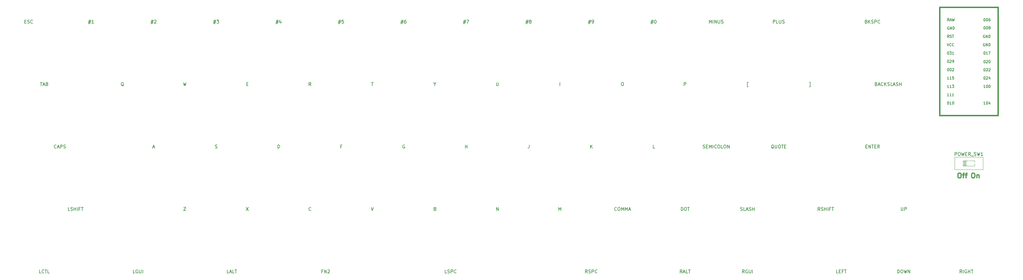
<source format=gto>
G04 #@! TF.GenerationSoftware,KiCad,Pcbnew,(5.1.10)-1*
G04 #@! TF.CreationDate,2022-02-10T09:54:13+11:00*
G04 #@! TF.ProjectId,mf68,6d663638-2e6b-4696-9361-645f70636258,rev?*
G04 #@! TF.SameCoordinates,Original*
G04 #@! TF.FileFunction,Legend,Top*
G04 #@! TF.FilePolarity,Positive*
%FSLAX46Y46*%
G04 Gerber Fmt 4.6, Leading zero omitted, Abs format (unit mm)*
G04 Created by KiCad (PCBNEW (5.1.10)-1) date 2022-02-10 09:54:13*
%MOMM*%
%LPD*%
G01*
G04 APERTURE LIST*
%ADD10C,0.300000*%
%ADD11C,0.120000*%
%ADD12C,0.381000*%
%ADD13C,0.200000*%
%ADD14C,0.150000*%
%ADD15C,2.200000*%
%ADD16C,1.700000*%
%ADD17C,2.000000*%
%ADD18C,3.400000*%
%ADD19C,1.200000*%
%ADD20R,1.600000X1.600000*%
%ADD21C,1.600000*%
%ADD22R,1.200000X1.600000*%
%ADD23O,1.700000X1.700000*%
%ADD24R,1.700000X1.700000*%
%ADD25C,1.500000*%
%ADD26C,1.752600*%
G04 APERTURE END LIST*
D10*
X326400000Y-110928571D02*
X326685714Y-110928571D01*
X326828571Y-111000000D01*
X326971428Y-111142857D01*
X327042857Y-111428571D01*
X327042857Y-111928571D01*
X326971428Y-112214285D01*
X326828571Y-112357142D01*
X326685714Y-112428571D01*
X326400000Y-112428571D01*
X326257142Y-112357142D01*
X326114285Y-112214285D01*
X326042857Y-111928571D01*
X326042857Y-111428571D01*
X326114285Y-111142857D01*
X326257142Y-111000000D01*
X326400000Y-110928571D01*
X327471428Y-111428571D02*
X328042857Y-111428571D01*
X327685714Y-112428571D02*
X327685714Y-111142857D01*
X327757142Y-111000000D01*
X327900000Y-110928571D01*
X328042857Y-110928571D01*
X328328571Y-111428571D02*
X328900000Y-111428571D01*
X328542857Y-112428571D02*
X328542857Y-111142857D01*
X328614285Y-111000000D01*
X328757142Y-110928571D01*
X328900000Y-110928571D01*
X330578571Y-110928571D02*
X330864285Y-110928571D01*
X331007142Y-111000000D01*
X331150000Y-111142857D01*
X331221428Y-111428571D01*
X331221428Y-111928571D01*
X331150000Y-112214285D01*
X331007142Y-112357142D01*
X330864285Y-112428571D01*
X330578571Y-112428571D01*
X330435714Y-112357142D01*
X330292857Y-112214285D01*
X330221428Y-111928571D01*
X330221428Y-111428571D01*
X330292857Y-111142857D01*
X330435714Y-111000000D01*
X330578571Y-110928571D01*
X331864285Y-111428571D02*
X331864285Y-112428571D01*
X331864285Y-111571428D02*
X331935714Y-111500000D01*
X332078571Y-111428571D01*
X332292857Y-111428571D01*
X332435714Y-111500000D01*
X332507142Y-111642857D01*
X332507142Y-112428571D01*
D11*
X327800000Y-107118400D02*
X327800000Y-108718400D01*
X328600000Y-108718400D02*
X328600000Y-107118400D01*
X328400000Y-108718400D02*
X328400000Y-107118400D01*
X328200000Y-108718400D02*
X328200000Y-107118400D01*
X328000000Y-108718400D02*
X328000000Y-107118400D01*
X327800000Y-108718400D02*
X328000000Y-108718400D01*
X327600000Y-108718400D02*
X331200000Y-108718400D01*
X327600000Y-107118400D02*
X327600000Y-108718400D01*
X331200000Y-107118400D02*
X327600000Y-107118400D01*
X331200000Y-108718400D02*
X331200000Y-107118400D01*
X325100000Y-109818400D02*
X333700000Y-109818400D01*
X325100000Y-106018400D02*
X325100000Y-109818400D01*
X333700000Y-106018400D02*
X325100000Y-106018400D01*
X333700000Y-109818400D02*
X333700000Y-106018400D01*
D12*
X320482900Y-60370000D02*
X338262900Y-60370000D01*
X338262900Y-60370000D02*
X338262900Y-93390000D01*
X338262900Y-93390000D02*
X320482900Y-93390000D01*
X320482900Y-93390000D02*
X320482900Y-60370000D01*
D13*
X132492857Y-140898571D02*
X132159523Y-140898571D01*
X132159523Y-141422380D02*
X132159523Y-140422380D01*
X132635714Y-140422380D01*
X133016666Y-141422380D02*
X133016666Y-140422380D01*
X133588095Y-141422380D01*
X133588095Y-140422380D01*
X134016666Y-140517619D02*
X134064285Y-140470000D01*
X134159523Y-140422380D01*
X134397619Y-140422380D01*
X134492857Y-140470000D01*
X134540476Y-140517619D01*
X134588095Y-140612857D01*
X134588095Y-140708095D01*
X134540476Y-140850952D01*
X133969047Y-141422380D01*
X134588095Y-141422380D01*
X170283333Y-141422380D02*
X169807142Y-141422380D01*
X169807142Y-140422380D01*
X170569047Y-141374761D02*
X170711904Y-141422380D01*
X170950000Y-141422380D01*
X171045238Y-141374761D01*
X171092857Y-141327142D01*
X171140476Y-141231904D01*
X171140476Y-141136666D01*
X171092857Y-141041428D01*
X171045238Y-140993809D01*
X170950000Y-140946190D01*
X170759523Y-140898571D01*
X170664285Y-140850952D01*
X170616666Y-140803333D01*
X170569047Y-140708095D01*
X170569047Y-140612857D01*
X170616666Y-140517619D01*
X170664285Y-140470000D01*
X170759523Y-140422380D01*
X170997619Y-140422380D01*
X171140476Y-140470000D01*
X171569047Y-141422380D02*
X171569047Y-140422380D01*
X171950000Y-140422380D01*
X172045238Y-140470000D01*
X172092857Y-140517619D01*
X172140476Y-140612857D01*
X172140476Y-140755714D01*
X172092857Y-140850952D01*
X172045238Y-140898571D01*
X171950000Y-140946190D01*
X171569047Y-140946190D01*
X173140476Y-141327142D02*
X173092857Y-141374761D01*
X172950000Y-141422380D01*
X172854761Y-141422380D01*
X172711904Y-141374761D01*
X172616666Y-141279523D01*
X172569047Y-141184285D01*
X172521428Y-140993809D01*
X172521428Y-140850952D01*
X172569047Y-140660476D01*
X172616666Y-140565238D01*
X172711904Y-140470000D01*
X172854761Y-140422380D01*
X172950000Y-140422380D01*
X173092857Y-140470000D01*
X173140476Y-140517619D01*
X298101238Y-64698571D02*
X298244095Y-64746190D01*
X298291714Y-64793809D01*
X298339333Y-64889047D01*
X298339333Y-65031904D01*
X298291714Y-65127142D01*
X298244095Y-65174761D01*
X298148857Y-65222380D01*
X297767904Y-65222380D01*
X297767904Y-64222380D01*
X298101238Y-64222380D01*
X298196476Y-64270000D01*
X298244095Y-64317619D01*
X298291714Y-64412857D01*
X298291714Y-64508095D01*
X298244095Y-64603333D01*
X298196476Y-64650952D01*
X298101238Y-64698571D01*
X297767904Y-64698571D01*
X298767904Y-65222380D02*
X298767904Y-64222380D01*
X299339333Y-65222380D02*
X298910761Y-64650952D01*
X299339333Y-64222380D02*
X298767904Y-64793809D01*
X299720285Y-65174761D02*
X299863142Y-65222380D01*
X300101238Y-65222380D01*
X300196476Y-65174761D01*
X300244095Y-65127142D01*
X300291714Y-65031904D01*
X300291714Y-64936666D01*
X300244095Y-64841428D01*
X300196476Y-64793809D01*
X300101238Y-64746190D01*
X299910761Y-64698571D01*
X299815523Y-64650952D01*
X299767904Y-64603333D01*
X299720285Y-64508095D01*
X299720285Y-64412857D01*
X299767904Y-64317619D01*
X299815523Y-64270000D01*
X299910761Y-64222380D01*
X300148857Y-64222380D01*
X300291714Y-64270000D01*
X300720285Y-65222380D02*
X300720285Y-64222380D01*
X301101238Y-64222380D01*
X301196476Y-64270000D01*
X301244095Y-64317619D01*
X301291714Y-64412857D01*
X301291714Y-64555714D01*
X301244095Y-64650952D01*
X301196476Y-64698571D01*
X301101238Y-64746190D01*
X300720285Y-64746190D01*
X302291714Y-65127142D02*
X302244095Y-65174761D01*
X302101238Y-65222380D01*
X302006000Y-65222380D01*
X301863142Y-65174761D01*
X301767904Y-65079523D01*
X301720285Y-64984285D01*
X301672666Y-64793809D01*
X301672666Y-64650952D01*
X301720285Y-64460476D01*
X301767904Y-64365238D01*
X301863142Y-64270000D01*
X302006000Y-64222380D01*
X302101238Y-64222380D01*
X302244095Y-64270000D01*
X302291714Y-64317619D01*
X213145833Y-141422380D02*
X212812500Y-140946190D01*
X212574404Y-141422380D02*
X212574404Y-140422380D01*
X212955357Y-140422380D01*
X213050595Y-140470000D01*
X213098214Y-140517619D01*
X213145833Y-140612857D01*
X213145833Y-140755714D01*
X213098214Y-140850952D01*
X213050595Y-140898571D01*
X212955357Y-140946190D01*
X212574404Y-140946190D01*
X213526785Y-141374761D02*
X213669642Y-141422380D01*
X213907738Y-141422380D01*
X214002976Y-141374761D01*
X214050595Y-141327142D01*
X214098214Y-141231904D01*
X214098214Y-141136666D01*
X214050595Y-141041428D01*
X214002976Y-140993809D01*
X213907738Y-140946190D01*
X213717261Y-140898571D01*
X213622023Y-140850952D01*
X213574404Y-140803333D01*
X213526785Y-140708095D01*
X213526785Y-140612857D01*
X213574404Y-140517619D01*
X213622023Y-140470000D01*
X213717261Y-140422380D01*
X213955357Y-140422380D01*
X214098214Y-140470000D01*
X214526785Y-141422380D02*
X214526785Y-140422380D01*
X214907738Y-140422380D01*
X215002976Y-140470000D01*
X215050595Y-140517619D01*
X215098214Y-140612857D01*
X215098214Y-140755714D01*
X215050595Y-140850952D01*
X215002976Y-140898571D01*
X214907738Y-140946190D01*
X214526785Y-140946190D01*
X216098214Y-141327142D02*
X216050595Y-141374761D01*
X215907738Y-141422380D01*
X215812500Y-141422380D01*
X215669642Y-141374761D01*
X215574404Y-141279523D01*
X215526785Y-141184285D01*
X215479166Y-140993809D01*
X215479166Y-140850952D01*
X215526785Y-140660476D01*
X215574404Y-140565238D01*
X215669642Y-140470000D01*
X215812500Y-140422380D01*
X215907738Y-140422380D01*
X216050595Y-140470000D01*
X216098214Y-140517619D01*
X297966071Y-102798571D02*
X298299404Y-102798571D01*
X298442261Y-103322380D02*
X297966071Y-103322380D01*
X297966071Y-102322380D01*
X298442261Y-102322380D01*
X298870833Y-103322380D02*
X298870833Y-102322380D01*
X299442261Y-103322380D01*
X299442261Y-102322380D01*
X299775595Y-102322380D02*
X300347023Y-102322380D01*
X300061309Y-103322380D02*
X300061309Y-102322380D01*
X300680357Y-102798571D02*
X301013690Y-102798571D01*
X301156547Y-103322380D02*
X300680357Y-103322380D01*
X300680357Y-102322380D01*
X301156547Y-102322380D01*
X302156547Y-103322380D02*
X301823214Y-102846190D01*
X301585119Y-103322380D02*
X301585119Y-102322380D01*
X301966071Y-102322380D01*
X302061309Y-102370000D01*
X302108928Y-102417619D01*
X302156547Y-102512857D01*
X302156547Y-102655714D01*
X302108928Y-102750952D01*
X302061309Y-102798571D01*
X301966071Y-102846190D01*
X301585119Y-102846190D01*
X51292261Y-103227142D02*
X51244642Y-103274761D01*
X51101785Y-103322380D01*
X51006547Y-103322380D01*
X50863690Y-103274761D01*
X50768452Y-103179523D01*
X50720833Y-103084285D01*
X50673214Y-102893809D01*
X50673214Y-102750952D01*
X50720833Y-102560476D01*
X50768452Y-102465238D01*
X50863690Y-102370000D01*
X51006547Y-102322380D01*
X51101785Y-102322380D01*
X51244642Y-102370000D01*
X51292261Y-102417619D01*
X51673214Y-103036666D02*
X52149404Y-103036666D01*
X51577976Y-103322380D02*
X51911309Y-102322380D01*
X52244642Y-103322380D01*
X52577976Y-103322380D02*
X52577976Y-102322380D01*
X52958928Y-102322380D01*
X53054166Y-102370000D01*
X53101785Y-102417619D01*
X53149404Y-102512857D01*
X53149404Y-102655714D01*
X53101785Y-102750952D01*
X53054166Y-102798571D01*
X52958928Y-102846190D01*
X52577976Y-102846190D01*
X53530357Y-103274761D02*
X53673214Y-103322380D01*
X53911309Y-103322380D01*
X54006547Y-103274761D01*
X54054166Y-103227142D01*
X54101785Y-103131904D01*
X54101785Y-103036666D01*
X54054166Y-102941428D01*
X54006547Y-102893809D01*
X53911309Y-102846190D01*
X53720833Y-102798571D01*
X53625595Y-102750952D01*
X53577976Y-102703333D01*
X53530357Y-102608095D01*
X53530357Y-102512857D01*
X53577976Y-102417619D01*
X53625595Y-102370000D01*
X53720833Y-102322380D01*
X53958928Y-102322380D01*
X54101785Y-102370000D01*
X128876323Y-84272380D02*
X128542990Y-83796190D01*
X128304895Y-84272380D02*
X128304895Y-83272380D01*
X128685847Y-83272380D01*
X128781085Y-83320000D01*
X128828704Y-83367619D01*
X128876323Y-83462857D01*
X128876323Y-83605714D01*
X128828704Y-83700952D01*
X128781085Y-83748571D01*
X128685847Y-83796190D01*
X128304895Y-83796190D01*
X308776785Y-121372380D02*
X308776785Y-122181904D01*
X308824404Y-122277142D01*
X308872023Y-122324761D01*
X308967261Y-122372380D01*
X309157738Y-122372380D01*
X309252976Y-122324761D01*
X309300595Y-122277142D01*
X309348214Y-122181904D01*
X309348214Y-121372380D01*
X309824404Y-122372380D02*
X309824404Y-121372380D01*
X310205357Y-121372380D01*
X310300595Y-121420000D01*
X310348214Y-121467619D01*
X310395833Y-121562857D01*
X310395833Y-121705714D01*
X310348214Y-121800952D01*
X310300595Y-121848571D01*
X310205357Y-121896190D01*
X309824404Y-121896190D01*
X327279166Y-141422380D02*
X326945833Y-140946190D01*
X326707738Y-141422380D02*
X326707738Y-140422380D01*
X327088690Y-140422380D01*
X327183928Y-140470000D01*
X327231547Y-140517619D01*
X327279166Y-140612857D01*
X327279166Y-140755714D01*
X327231547Y-140850952D01*
X327183928Y-140898571D01*
X327088690Y-140946190D01*
X326707738Y-140946190D01*
X327707738Y-141422380D02*
X327707738Y-140422380D01*
X328707738Y-140470000D02*
X328612500Y-140422380D01*
X328469642Y-140422380D01*
X328326785Y-140470000D01*
X328231547Y-140565238D01*
X328183928Y-140660476D01*
X328136309Y-140850952D01*
X328136309Y-140993809D01*
X328183928Y-141184285D01*
X328231547Y-141279523D01*
X328326785Y-141374761D01*
X328469642Y-141422380D01*
X328564880Y-141422380D01*
X328707738Y-141374761D01*
X328755357Y-141327142D01*
X328755357Y-140993809D01*
X328564880Y-140993809D01*
X329183928Y-141422380D02*
X329183928Y-140422380D01*
X329183928Y-140898571D02*
X329755357Y-140898571D01*
X329755357Y-141422380D02*
X329755357Y-140422380D01*
X330088690Y-140422380D02*
X330660119Y-140422380D01*
X330374404Y-141422380D02*
X330374404Y-140422380D01*
X307681547Y-141422380D02*
X307681547Y-140422380D01*
X307919642Y-140422380D01*
X308062500Y-140470000D01*
X308157738Y-140565238D01*
X308205357Y-140660476D01*
X308252976Y-140850952D01*
X308252976Y-140993809D01*
X308205357Y-141184285D01*
X308157738Y-141279523D01*
X308062500Y-141374761D01*
X307919642Y-141422380D01*
X307681547Y-141422380D01*
X308872023Y-140422380D02*
X309062500Y-140422380D01*
X309157738Y-140470000D01*
X309252976Y-140565238D01*
X309300595Y-140755714D01*
X309300595Y-141089047D01*
X309252976Y-141279523D01*
X309157738Y-141374761D01*
X309062500Y-141422380D01*
X308872023Y-141422380D01*
X308776785Y-141374761D01*
X308681547Y-141279523D01*
X308633928Y-141089047D01*
X308633928Y-140755714D01*
X308681547Y-140565238D01*
X308776785Y-140470000D01*
X308872023Y-140422380D01*
X309633928Y-140422380D02*
X309872023Y-141422380D01*
X310062500Y-140708095D01*
X310252976Y-141422380D01*
X310491071Y-140422380D01*
X310872023Y-141422380D02*
X310872023Y-140422380D01*
X311443452Y-141422380D01*
X311443452Y-140422380D01*
X289529219Y-141422380D02*
X289053028Y-141422380D01*
X289053028Y-140422380D01*
X289862552Y-140898571D02*
X290195885Y-140898571D01*
X290338742Y-141422380D02*
X289862552Y-141422380D01*
X289862552Y-140422380D01*
X290338742Y-140422380D01*
X291100647Y-140898571D02*
X290767314Y-140898571D01*
X290767314Y-141422380D02*
X290767314Y-140422380D01*
X291243504Y-140422380D01*
X291481600Y-140422380D02*
X292053028Y-140422380D01*
X291767314Y-141422380D02*
X291767314Y-140422380D01*
X260985119Y-141422380D02*
X260651785Y-140946190D01*
X260413690Y-141422380D02*
X260413690Y-140422380D01*
X260794642Y-140422380D01*
X260889880Y-140470000D01*
X260937500Y-140517619D01*
X260985119Y-140612857D01*
X260985119Y-140755714D01*
X260937500Y-140850952D01*
X260889880Y-140898571D01*
X260794642Y-140946190D01*
X260413690Y-140946190D01*
X261937500Y-140470000D02*
X261842261Y-140422380D01*
X261699404Y-140422380D01*
X261556547Y-140470000D01*
X261461309Y-140565238D01*
X261413690Y-140660476D01*
X261366071Y-140850952D01*
X261366071Y-140993809D01*
X261413690Y-141184285D01*
X261461309Y-141279523D01*
X261556547Y-141374761D01*
X261699404Y-141422380D01*
X261794642Y-141422380D01*
X261937500Y-141374761D01*
X261985119Y-141327142D01*
X261985119Y-140993809D01*
X261794642Y-140993809D01*
X262413690Y-140422380D02*
X262413690Y-141231904D01*
X262461309Y-141327142D01*
X262508928Y-141374761D01*
X262604166Y-141422380D01*
X262794642Y-141422380D01*
X262889880Y-141374761D01*
X262937500Y-141327142D01*
X262985119Y-141231904D01*
X262985119Y-140422380D01*
X263461309Y-141422380D02*
X263461309Y-140422380D01*
X241982738Y-141422380D02*
X241649404Y-140946190D01*
X241411309Y-141422380D02*
X241411309Y-140422380D01*
X241792261Y-140422380D01*
X241887500Y-140470000D01*
X241935119Y-140517619D01*
X241982738Y-140612857D01*
X241982738Y-140755714D01*
X241935119Y-140850952D01*
X241887500Y-140898571D01*
X241792261Y-140946190D01*
X241411309Y-140946190D01*
X242363690Y-141136666D02*
X242839880Y-141136666D01*
X242268452Y-141422380D02*
X242601785Y-140422380D01*
X242935119Y-141422380D01*
X243744642Y-141422380D02*
X243268452Y-141422380D01*
X243268452Y-140422380D01*
X243935119Y-140422380D02*
X244506547Y-140422380D01*
X244220833Y-141422380D02*
X244220833Y-140422380D01*
X259818452Y-122324761D02*
X259961309Y-122372380D01*
X260199404Y-122372380D01*
X260294642Y-122324761D01*
X260342261Y-122277142D01*
X260389880Y-122181904D01*
X260389880Y-122086666D01*
X260342261Y-121991428D01*
X260294642Y-121943809D01*
X260199404Y-121896190D01*
X260008928Y-121848571D01*
X259913690Y-121800952D01*
X259866071Y-121753333D01*
X259818452Y-121658095D01*
X259818452Y-121562857D01*
X259866071Y-121467619D01*
X259913690Y-121420000D01*
X260008928Y-121372380D01*
X260247023Y-121372380D01*
X260389880Y-121420000D01*
X261294642Y-122372380D02*
X260818452Y-122372380D01*
X260818452Y-121372380D01*
X261580357Y-122086666D02*
X262056547Y-122086666D01*
X261485119Y-122372380D02*
X261818452Y-121372380D01*
X262151785Y-122372380D01*
X262437500Y-122324761D02*
X262580357Y-122372380D01*
X262818452Y-122372380D01*
X262913690Y-122324761D01*
X262961309Y-122277142D01*
X263008928Y-122181904D01*
X263008928Y-122086666D01*
X262961309Y-121991428D01*
X262913690Y-121943809D01*
X262818452Y-121896190D01*
X262627976Y-121848571D01*
X262532738Y-121800952D01*
X262485119Y-121753333D01*
X262437500Y-121658095D01*
X262437500Y-121562857D01*
X262485119Y-121467619D01*
X262532738Y-121420000D01*
X262627976Y-121372380D01*
X262866071Y-121372380D01*
X263008928Y-121420000D01*
X263437500Y-122372380D02*
X263437500Y-121372380D01*
X263437500Y-121848571D02*
X264008928Y-121848571D01*
X264008928Y-122372380D02*
X264008928Y-121372380D01*
X241720833Y-122372380D02*
X241720833Y-121372380D01*
X241958928Y-121372380D01*
X242101785Y-121420000D01*
X242197023Y-121515238D01*
X242244642Y-121610476D01*
X242292261Y-121800952D01*
X242292261Y-121943809D01*
X242244642Y-122134285D01*
X242197023Y-122229523D01*
X242101785Y-122324761D01*
X241958928Y-122372380D01*
X241720833Y-122372380D01*
X242911309Y-121372380D02*
X243101785Y-121372380D01*
X243197023Y-121420000D01*
X243292261Y-121515238D01*
X243339880Y-121705714D01*
X243339880Y-122039047D01*
X243292261Y-122229523D01*
X243197023Y-122324761D01*
X243101785Y-122372380D01*
X242911309Y-122372380D01*
X242816071Y-122324761D01*
X242720833Y-122229523D01*
X242673214Y-122039047D01*
X242673214Y-121705714D01*
X242720833Y-121515238D01*
X242816071Y-121420000D01*
X242911309Y-121372380D01*
X243625595Y-121372380D02*
X244197023Y-121372380D01*
X243911309Y-122372380D02*
X243911309Y-121372380D01*
X222051785Y-122277142D02*
X222004166Y-122324761D01*
X221861309Y-122372380D01*
X221766071Y-122372380D01*
X221623214Y-122324761D01*
X221527976Y-122229523D01*
X221480357Y-122134285D01*
X221432738Y-121943809D01*
X221432738Y-121800952D01*
X221480357Y-121610476D01*
X221527976Y-121515238D01*
X221623214Y-121420000D01*
X221766071Y-121372380D01*
X221861309Y-121372380D01*
X222004166Y-121420000D01*
X222051785Y-121467619D01*
X222670833Y-121372380D02*
X222861309Y-121372380D01*
X222956547Y-121420000D01*
X223051785Y-121515238D01*
X223099404Y-121705714D01*
X223099404Y-122039047D01*
X223051785Y-122229523D01*
X222956547Y-122324761D01*
X222861309Y-122372380D01*
X222670833Y-122372380D01*
X222575595Y-122324761D01*
X222480357Y-122229523D01*
X222432738Y-122039047D01*
X222432738Y-121705714D01*
X222480357Y-121515238D01*
X222575595Y-121420000D01*
X222670833Y-121372380D01*
X223527976Y-122372380D02*
X223527976Y-121372380D01*
X223861309Y-122086666D01*
X224194642Y-121372380D01*
X224194642Y-122372380D01*
X224670833Y-122372380D02*
X224670833Y-121372380D01*
X225004166Y-122086666D01*
X225337500Y-121372380D01*
X225337500Y-122372380D01*
X225766071Y-122086666D02*
X226242261Y-122086666D01*
X225670833Y-122372380D02*
X226004166Y-121372380D01*
X226337500Y-122372380D01*
X204454166Y-122372380D02*
X204454166Y-121372380D01*
X204787500Y-122086666D01*
X205120833Y-121372380D01*
X205120833Y-122372380D01*
X185451785Y-122372380D02*
X185451785Y-121372380D01*
X186023214Y-122372380D01*
X186023214Y-121372380D01*
X166758928Y-121848571D02*
X166901785Y-121896190D01*
X166949404Y-121943809D01*
X166997023Y-122039047D01*
X166997023Y-122181904D01*
X166949404Y-122277142D01*
X166901785Y-122324761D01*
X166806547Y-122372380D01*
X166425595Y-122372380D01*
X166425595Y-121372380D01*
X166758928Y-121372380D01*
X166854166Y-121420000D01*
X166901785Y-121467619D01*
X166949404Y-121562857D01*
X166949404Y-121658095D01*
X166901785Y-121753333D01*
X166854166Y-121800952D01*
X166758928Y-121848571D01*
X166425595Y-121848571D01*
X147304166Y-121372380D02*
X147637500Y-122372380D01*
X147970833Y-121372380D01*
X128897023Y-122277142D02*
X128849404Y-122324761D01*
X128706547Y-122372380D01*
X128611309Y-122372380D01*
X128468452Y-122324761D01*
X128373214Y-122229523D01*
X128325595Y-122134285D01*
X128277976Y-121943809D01*
X128277976Y-121800952D01*
X128325595Y-121610476D01*
X128373214Y-121515238D01*
X128468452Y-121420000D01*
X128611309Y-121372380D01*
X128706547Y-121372380D01*
X128849404Y-121420000D01*
X128897023Y-121467619D01*
X109204166Y-121372380D02*
X109870833Y-122372380D01*
X109870833Y-121372380D02*
X109204166Y-122372380D01*
X90135866Y-121372380D02*
X90802533Y-121372380D01*
X90135866Y-122372380D01*
X90802533Y-122372380D01*
X269962500Y-103417619D02*
X269867261Y-103370000D01*
X269772023Y-103274761D01*
X269629166Y-103131904D01*
X269533928Y-103084285D01*
X269438690Y-103084285D01*
X269486309Y-103322380D02*
X269391071Y-103274761D01*
X269295833Y-103179523D01*
X269248214Y-102989047D01*
X269248214Y-102655714D01*
X269295833Y-102465238D01*
X269391071Y-102370000D01*
X269486309Y-102322380D01*
X269676785Y-102322380D01*
X269772023Y-102370000D01*
X269867261Y-102465238D01*
X269914880Y-102655714D01*
X269914880Y-102989047D01*
X269867261Y-103179523D01*
X269772023Y-103274761D01*
X269676785Y-103322380D01*
X269486309Y-103322380D01*
X270343452Y-102322380D02*
X270343452Y-103131904D01*
X270391071Y-103227142D01*
X270438690Y-103274761D01*
X270533928Y-103322380D01*
X270724404Y-103322380D01*
X270819642Y-103274761D01*
X270867261Y-103227142D01*
X270914880Y-103131904D01*
X270914880Y-102322380D01*
X271581547Y-102322380D02*
X271772023Y-102322380D01*
X271867261Y-102370000D01*
X271962500Y-102465238D01*
X272010119Y-102655714D01*
X272010119Y-102989047D01*
X271962500Y-103179523D01*
X271867261Y-103274761D01*
X271772023Y-103322380D01*
X271581547Y-103322380D01*
X271486309Y-103274761D01*
X271391071Y-103179523D01*
X271343452Y-102989047D01*
X271343452Y-102655714D01*
X271391071Y-102465238D01*
X271486309Y-102370000D01*
X271581547Y-102322380D01*
X272295833Y-102322380D02*
X272867261Y-102322380D01*
X272581547Y-103322380D02*
X272581547Y-102322380D01*
X273200595Y-102798571D02*
X273533928Y-102798571D01*
X273676785Y-103322380D02*
X273200595Y-103322380D01*
X273200595Y-102322380D01*
X273676785Y-102322380D01*
X248388690Y-103274761D02*
X248531547Y-103322380D01*
X248769642Y-103322380D01*
X248864880Y-103274761D01*
X248912500Y-103227142D01*
X248960119Y-103131904D01*
X248960119Y-103036666D01*
X248912500Y-102941428D01*
X248864880Y-102893809D01*
X248769642Y-102846190D01*
X248579166Y-102798571D01*
X248483928Y-102750952D01*
X248436309Y-102703333D01*
X248388690Y-102608095D01*
X248388690Y-102512857D01*
X248436309Y-102417619D01*
X248483928Y-102370000D01*
X248579166Y-102322380D01*
X248817261Y-102322380D01*
X248960119Y-102370000D01*
X249388690Y-102798571D02*
X249722023Y-102798571D01*
X249864880Y-103322380D02*
X249388690Y-103322380D01*
X249388690Y-102322380D01*
X249864880Y-102322380D01*
X250293452Y-103322380D02*
X250293452Y-102322380D01*
X250626785Y-103036666D01*
X250960119Y-102322380D01*
X250960119Y-103322380D01*
X251436309Y-103322380D02*
X251436309Y-102322380D01*
X252483928Y-103227142D02*
X252436309Y-103274761D01*
X252293452Y-103322380D01*
X252198214Y-103322380D01*
X252055357Y-103274761D01*
X251960119Y-103179523D01*
X251912500Y-103084285D01*
X251864880Y-102893809D01*
X251864880Y-102750952D01*
X251912500Y-102560476D01*
X251960119Y-102465238D01*
X252055357Y-102370000D01*
X252198214Y-102322380D01*
X252293452Y-102322380D01*
X252436309Y-102370000D01*
X252483928Y-102417619D01*
X253102976Y-102322380D02*
X253293452Y-102322380D01*
X253388690Y-102370000D01*
X253483928Y-102465238D01*
X253531547Y-102655714D01*
X253531547Y-102989047D01*
X253483928Y-103179523D01*
X253388690Y-103274761D01*
X253293452Y-103322380D01*
X253102976Y-103322380D01*
X253007738Y-103274761D01*
X252912500Y-103179523D01*
X252864880Y-102989047D01*
X252864880Y-102655714D01*
X252912500Y-102465238D01*
X253007738Y-102370000D01*
X253102976Y-102322380D01*
X254436309Y-103322380D02*
X253960119Y-103322380D01*
X253960119Y-102322380D01*
X254960119Y-102322380D02*
X255150595Y-102322380D01*
X255245833Y-102370000D01*
X255341071Y-102465238D01*
X255388690Y-102655714D01*
X255388690Y-102989047D01*
X255341071Y-103179523D01*
X255245833Y-103274761D01*
X255150595Y-103322380D01*
X254960119Y-103322380D01*
X254864880Y-103274761D01*
X254769642Y-103179523D01*
X254722023Y-102989047D01*
X254722023Y-102655714D01*
X254769642Y-102465238D01*
X254864880Y-102370000D01*
X254960119Y-102322380D01*
X255817261Y-103322380D02*
X255817261Y-102322380D01*
X256388690Y-103322380D01*
X256388690Y-102322380D01*
X233672023Y-103322380D02*
X233195833Y-103322380D01*
X233195833Y-102322380D01*
X214050595Y-103322380D02*
X214050595Y-102322380D01*
X214622023Y-103322380D02*
X214193452Y-102750952D01*
X214622023Y-102322380D02*
X214050595Y-102893809D01*
X195405357Y-102322380D02*
X195405357Y-103036666D01*
X195357738Y-103179523D01*
X195262500Y-103274761D01*
X195119642Y-103322380D01*
X195024404Y-103322380D01*
X175926785Y-103322380D02*
X175926785Y-102322380D01*
X175926785Y-102798571D02*
X176498214Y-102798571D01*
X176498214Y-103322380D02*
X176498214Y-102322380D01*
X157424404Y-102370000D02*
X157329166Y-102322380D01*
X157186309Y-102322380D01*
X157043452Y-102370000D01*
X156948214Y-102465238D01*
X156900595Y-102560476D01*
X156852976Y-102750952D01*
X156852976Y-102893809D01*
X156900595Y-103084285D01*
X156948214Y-103179523D01*
X157043452Y-103274761D01*
X157186309Y-103322380D01*
X157281547Y-103322380D01*
X157424404Y-103274761D01*
X157472023Y-103227142D01*
X157472023Y-102893809D01*
X157281547Y-102893809D01*
X138255357Y-102798571D02*
X137922023Y-102798571D01*
X137922023Y-103322380D02*
X137922023Y-102322380D01*
X138398214Y-102322380D01*
X118800595Y-103322380D02*
X118800595Y-102322380D01*
X119038690Y-102322380D01*
X119181547Y-102370000D01*
X119276785Y-102465238D01*
X119324404Y-102560476D01*
X119372023Y-102750952D01*
X119372023Y-102893809D01*
X119324404Y-103084285D01*
X119276785Y-103179523D01*
X119181547Y-103274761D01*
X119038690Y-103322380D01*
X118800595Y-103322380D01*
X99726785Y-103274761D02*
X99869642Y-103322380D01*
X100107738Y-103322380D01*
X100202976Y-103274761D01*
X100250595Y-103227142D01*
X100298214Y-103131904D01*
X100298214Y-103036666D01*
X100250595Y-102941428D01*
X100202976Y-102893809D01*
X100107738Y-102846190D01*
X99917261Y-102798571D01*
X99822023Y-102750952D01*
X99774404Y-102703333D01*
X99726785Y-102608095D01*
X99726785Y-102512857D01*
X99774404Y-102417619D01*
X99822023Y-102370000D01*
X99917261Y-102322380D01*
X100155357Y-102322380D01*
X100298214Y-102370000D01*
X80724404Y-103036666D02*
X81200595Y-103036666D01*
X80629166Y-103322380D02*
X80962500Y-102322380D01*
X81295833Y-103322380D01*
X280797023Y-84605714D02*
X281035119Y-84605714D01*
X281035119Y-83177142D01*
X280797023Y-83177142D01*
X262127976Y-84605714D02*
X261889880Y-84605714D01*
X261889880Y-83177142D01*
X262127976Y-83177142D01*
X242625595Y-84272380D02*
X242625595Y-83272380D01*
X243006547Y-83272380D01*
X243101785Y-83320000D01*
X243149404Y-83367619D01*
X243197023Y-83462857D01*
X243197023Y-83605714D01*
X243149404Y-83700952D01*
X243101785Y-83748571D01*
X243006547Y-83796190D01*
X242625595Y-83796190D01*
X223742261Y-83272380D02*
X223932738Y-83272380D01*
X224027976Y-83320000D01*
X224123214Y-83415238D01*
X224170833Y-83605714D01*
X224170833Y-83939047D01*
X224123214Y-84129523D01*
X224027976Y-84224761D01*
X223932738Y-84272380D01*
X223742261Y-84272380D01*
X223647023Y-84224761D01*
X223551785Y-84129523D01*
X223504166Y-83939047D01*
X223504166Y-83605714D01*
X223551785Y-83415238D01*
X223647023Y-83320000D01*
X223742261Y-83272380D01*
X204787500Y-84272380D02*
X204787500Y-83272380D01*
X185427485Y-83272380D02*
X185427485Y-84081904D01*
X185475104Y-84177142D01*
X185522723Y-84224761D01*
X185617961Y-84272380D01*
X185808438Y-84272380D01*
X185903676Y-84224761D01*
X185951295Y-84177142D01*
X185998914Y-84081904D01*
X185998914Y-83272380D01*
X166664400Y-83796190D02*
X166664400Y-84272380D01*
X166331066Y-83272380D02*
X166664400Y-83796190D01*
X166997733Y-83272380D01*
X147351785Y-83272380D02*
X147923214Y-83272380D01*
X147637500Y-84272380D02*
X147637500Y-83272380D01*
X109303714Y-83748571D02*
X109637047Y-83748571D01*
X109779904Y-84272380D02*
X109303714Y-84272380D01*
X109303714Y-83272380D01*
X109779904Y-83272380D01*
X90040628Y-83272380D02*
X90278723Y-84272380D01*
X90469200Y-83558095D01*
X90659676Y-84272380D01*
X90897771Y-83272380D01*
X71801352Y-84367619D02*
X71706114Y-84320000D01*
X71610876Y-84224761D01*
X71468019Y-84081904D01*
X71372780Y-84034285D01*
X71277542Y-84034285D01*
X71325161Y-84272380D02*
X71229923Y-84224761D01*
X71134685Y-84129523D01*
X71087066Y-83939047D01*
X71087066Y-83605714D01*
X71134685Y-83415238D01*
X71229923Y-83320000D01*
X71325161Y-83272380D01*
X71515638Y-83272380D01*
X71610876Y-83320000D01*
X71706114Y-83415238D01*
X71753733Y-83605714D01*
X71753733Y-83939047D01*
X71706114Y-84129523D01*
X71610876Y-84224761D01*
X71515638Y-84272380D01*
X71325161Y-84272380D01*
X269766133Y-65222380D02*
X269766133Y-64222380D01*
X270147085Y-64222380D01*
X270242323Y-64270000D01*
X270289942Y-64317619D01*
X270337561Y-64412857D01*
X270337561Y-64555714D01*
X270289942Y-64650952D01*
X270242323Y-64698571D01*
X270147085Y-64746190D01*
X269766133Y-64746190D01*
X271242323Y-65222380D02*
X270766133Y-65222380D01*
X270766133Y-64222380D01*
X271575657Y-64222380D02*
X271575657Y-65031904D01*
X271623276Y-65127142D01*
X271670895Y-65174761D01*
X271766133Y-65222380D01*
X271956609Y-65222380D01*
X272051847Y-65174761D01*
X272099466Y-65127142D01*
X272147085Y-65031904D01*
X272147085Y-64222380D01*
X272575657Y-65174761D02*
X272718514Y-65222380D01*
X272956609Y-65222380D01*
X273051847Y-65174761D01*
X273099466Y-65127142D01*
X273147085Y-65031904D01*
X273147085Y-64936666D01*
X273099466Y-64841428D01*
X273051847Y-64793809D01*
X272956609Y-64746190D01*
X272766133Y-64698571D01*
X272670895Y-64650952D01*
X272623276Y-64603333D01*
X272575657Y-64508095D01*
X272575657Y-64412857D01*
X272623276Y-64317619D01*
X272670895Y-64270000D01*
X272766133Y-64222380D01*
X273004228Y-64222380D01*
X273147085Y-64270000D01*
X250288761Y-65222380D02*
X250288761Y-64222380D01*
X250622095Y-64936666D01*
X250955428Y-64222380D01*
X250955428Y-65222380D01*
X251431619Y-65222380D02*
X251431619Y-64222380D01*
X251907809Y-65222380D02*
X251907809Y-64222380D01*
X252479238Y-65222380D01*
X252479238Y-64222380D01*
X252955428Y-64222380D02*
X252955428Y-65031904D01*
X253003047Y-65127142D01*
X253050666Y-65174761D01*
X253145904Y-65222380D01*
X253336380Y-65222380D01*
X253431619Y-65174761D01*
X253479238Y-65127142D01*
X253526857Y-65031904D01*
X253526857Y-64222380D01*
X253955428Y-65174761D02*
X254098285Y-65222380D01*
X254336380Y-65222380D01*
X254431619Y-65174761D01*
X254479238Y-65127142D01*
X254526857Y-65031904D01*
X254526857Y-64936666D01*
X254479238Y-64841428D01*
X254431619Y-64793809D01*
X254336380Y-64746190D01*
X254145904Y-64698571D01*
X254050666Y-64650952D01*
X254003047Y-64603333D01*
X253955428Y-64508095D01*
X253955428Y-64412857D01*
X254003047Y-64317619D01*
X254050666Y-64270000D01*
X254145904Y-64222380D01*
X254384000Y-64222380D01*
X254526857Y-64270000D01*
X232549485Y-64555714D02*
X233263771Y-64555714D01*
X232835200Y-64127142D02*
X232549485Y-65412857D01*
X233168533Y-64984285D02*
X232454247Y-64984285D01*
X232882819Y-65412857D02*
X233168533Y-64127142D01*
X233787580Y-64222380D02*
X233882819Y-64222380D01*
X233978057Y-64270000D01*
X234025676Y-64317619D01*
X234073295Y-64412857D01*
X234120914Y-64603333D01*
X234120914Y-64841428D01*
X234073295Y-65031904D01*
X234025676Y-65127142D01*
X233978057Y-65174761D01*
X233882819Y-65222380D01*
X233787580Y-65222380D01*
X233692342Y-65174761D01*
X233644723Y-65127142D01*
X233597104Y-65031904D01*
X233549485Y-64841428D01*
X233549485Y-64603333D01*
X233597104Y-64412857D01*
X233644723Y-64317619D01*
X233692342Y-64270000D01*
X233787580Y-64222380D01*
X213500685Y-64555714D02*
X214214971Y-64555714D01*
X213786400Y-64127142D02*
X213500685Y-65412857D01*
X214119733Y-64984285D02*
X213405447Y-64984285D01*
X213834019Y-65412857D02*
X214119733Y-64127142D01*
X214595923Y-65222380D02*
X214786400Y-65222380D01*
X214881638Y-65174761D01*
X214929257Y-65127142D01*
X215024495Y-64984285D01*
X215072114Y-64793809D01*
X215072114Y-64412857D01*
X215024495Y-64317619D01*
X214976876Y-64270000D01*
X214881638Y-64222380D01*
X214691161Y-64222380D01*
X214595923Y-64270000D01*
X214548304Y-64317619D01*
X214500685Y-64412857D01*
X214500685Y-64650952D01*
X214548304Y-64746190D01*
X214595923Y-64793809D01*
X214691161Y-64841428D01*
X214881638Y-64841428D01*
X214976876Y-64793809D01*
X215024495Y-64746190D01*
X215072114Y-64650952D01*
X194451885Y-64555714D02*
X195166171Y-64555714D01*
X194737600Y-64127142D02*
X194451885Y-65412857D01*
X195070933Y-64984285D02*
X194356647Y-64984285D01*
X194785219Y-65412857D02*
X195070933Y-64127142D01*
X195642361Y-64650952D02*
X195547123Y-64603333D01*
X195499504Y-64555714D01*
X195451885Y-64460476D01*
X195451885Y-64412857D01*
X195499504Y-64317619D01*
X195547123Y-64270000D01*
X195642361Y-64222380D01*
X195832838Y-64222380D01*
X195928076Y-64270000D01*
X195975695Y-64317619D01*
X196023314Y-64412857D01*
X196023314Y-64460476D01*
X195975695Y-64555714D01*
X195928076Y-64603333D01*
X195832838Y-64650952D01*
X195642361Y-64650952D01*
X195547123Y-64698571D01*
X195499504Y-64746190D01*
X195451885Y-64841428D01*
X195451885Y-65031904D01*
X195499504Y-65127142D01*
X195547123Y-65174761D01*
X195642361Y-65222380D01*
X195832838Y-65222380D01*
X195928076Y-65174761D01*
X195975695Y-65127142D01*
X196023314Y-65031904D01*
X196023314Y-64841428D01*
X195975695Y-64746190D01*
X195928076Y-64698571D01*
X195832838Y-64650952D01*
X175403085Y-64555714D02*
X176117371Y-64555714D01*
X175688800Y-64127142D02*
X175403085Y-65412857D01*
X176022133Y-64984285D02*
X175307847Y-64984285D01*
X175736419Y-65412857D02*
X176022133Y-64127142D01*
X176355466Y-64222380D02*
X177022133Y-64222380D01*
X176593561Y-65222380D01*
X156354285Y-64555714D02*
X157068571Y-64555714D01*
X156640000Y-64127142D02*
X156354285Y-65412857D01*
X156973333Y-64984285D02*
X156259047Y-64984285D01*
X156687619Y-65412857D02*
X156973333Y-64127142D01*
X157830476Y-64222380D02*
X157640000Y-64222380D01*
X157544761Y-64270000D01*
X157497142Y-64317619D01*
X157401904Y-64460476D01*
X157354285Y-64650952D01*
X157354285Y-65031904D01*
X157401904Y-65127142D01*
X157449523Y-65174761D01*
X157544761Y-65222380D01*
X157735238Y-65222380D01*
X157830476Y-65174761D01*
X157878095Y-65127142D01*
X157925714Y-65031904D01*
X157925714Y-64793809D01*
X157878095Y-64698571D01*
X157830476Y-64650952D01*
X157735238Y-64603333D01*
X157544761Y-64603333D01*
X157449523Y-64650952D01*
X157401904Y-64698571D01*
X157354285Y-64793809D01*
X137305485Y-64555714D02*
X138019771Y-64555714D01*
X137591200Y-64127142D02*
X137305485Y-65412857D01*
X137924533Y-64984285D02*
X137210247Y-64984285D01*
X137638819Y-65412857D02*
X137924533Y-64127142D01*
X138829295Y-64222380D02*
X138353104Y-64222380D01*
X138305485Y-64698571D01*
X138353104Y-64650952D01*
X138448342Y-64603333D01*
X138686438Y-64603333D01*
X138781676Y-64650952D01*
X138829295Y-64698571D01*
X138876914Y-64793809D01*
X138876914Y-65031904D01*
X138829295Y-65127142D01*
X138781676Y-65174761D01*
X138686438Y-65222380D01*
X138448342Y-65222380D01*
X138353104Y-65174761D01*
X138305485Y-65127142D01*
X118276785Y-64555714D02*
X118991071Y-64555714D01*
X118562500Y-64127142D02*
X118276785Y-65412857D01*
X118895833Y-64984285D02*
X118181547Y-64984285D01*
X118610119Y-65412857D02*
X118895833Y-64127142D01*
X119752976Y-64555714D02*
X119752976Y-65222380D01*
X119514880Y-64174761D02*
X119276785Y-64889047D01*
X119895833Y-64889047D01*
X99226785Y-64555714D02*
X99941071Y-64555714D01*
X99512500Y-64127142D02*
X99226785Y-65412857D01*
X99845833Y-64984285D02*
X99131547Y-64984285D01*
X99560119Y-65412857D02*
X99845833Y-64127142D01*
X100179166Y-64222380D02*
X100798214Y-64222380D01*
X100464880Y-64603333D01*
X100607738Y-64603333D01*
X100702976Y-64650952D01*
X100750595Y-64698571D01*
X100798214Y-64793809D01*
X100798214Y-65031904D01*
X100750595Y-65127142D01*
X100702976Y-65174761D01*
X100607738Y-65222380D01*
X100322023Y-65222380D01*
X100226785Y-65174761D01*
X100179166Y-65127142D01*
X80176785Y-64555714D02*
X80891071Y-64555714D01*
X80462500Y-64127142D02*
X80176785Y-65412857D01*
X80795833Y-64984285D02*
X80081547Y-64984285D01*
X80510119Y-65412857D02*
X80795833Y-64127142D01*
X81176785Y-64317619D02*
X81224404Y-64270000D01*
X81319642Y-64222380D01*
X81557738Y-64222380D01*
X81652976Y-64270000D01*
X81700595Y-64317619D01*
X81748214Y-64412857D01*
X81748214Y-64508095D01*
X81700595Y-64650952D01*
X81129166Y-65222380D01*
X81748214Y-65222380D01*
X61126785Y-64555714D02*
X61841071Y-64555714D01*
X61412500Y-64127142D02*
X61126785Y-65412857D01*
X61745833Y-64984285D02*
X61031547Y-64984285D01*
X61460119Y-65412857D02*
X61745833Y-64127142D01*
X62698214Y-65222380D02*
X62126785Y-65222380D01*
X62412500Y-65222380D02*
X62412500Y-64222380D01*
X62317261Y-64365238D01*
X62222023Y-64460476D01*
X62126785Y-64508095D01*
X41672023Y-64698571D02*
X42005357Y-64698571D01*
X42148214Y-65222380D02*
X41672023Y-65222380D01*
X41672023Y-64222380D01*
X42148214Y-64222380D01*
X42529166Y-65174761D02*
X42672023Y-65222380D01*
X42910119Y-65222380D01*
X43005357Y-65174761D01*
X43052976Y-65127142D01*
X43100595Y-65031904D01*
X43100595Y-64936666D01*
X43052976Y-64841428D01*
X43005357Y-64793809D01*
X42910119Y-64746190D01*
X42719642Y-64698571D01*
X42624404Y-64650952D01*
X42576785Y-64603333D01*
X42529166Y-64508095D01*
X42529166Y-64412857D01*
X42576785Y-64317619D01*
X42624404Y-64270000D01*
X42719642Y-64222380D01*
X42957738Y-64222380D01*
X43100595Y-64270000D01*
X44100595Y-65127142D02*
X44052976Y-65174761D01*
X43910119Y-65222380D01*
X43814880Y-65222380D01*
X43672023Y-65174761D01*
X43576785Y-65079523D01*
X43529166Y-64984285D01*
X43481547Y-64793809D01*
X43481547Y-64650952D01*
X43529166Y-64460476D01*
X43576785Y-64365238D01*
X43672023Y-64270000D01*
X43814880Y-64222380D01*
X43910119Y-64222380D01*
X44052976Y-64270000D01*
X44100595Y-64317619D01*
X103870238Y-141422380D02*
X103394047Y-141422380D01*
X103394047Y-140422380D01*
X104155952Y-141136666D02*
X104632142Y-141136666D01*
X104060714Y-141422380D02*
X104394047Y-140422380D01*
X104727380Y-141422380D01*
X105536904Y-141422380D02*
X105060714Y-141422380D01*
X105060714Y-140422380D01*
X105727380Y-140422380D02*
X106298809Y-140422380D01*
X106013095Y-141422380D02*
X106013095Y-140422380D01*
X75247619Y-141422380D02*
X74771428Y-141422380D01*
X74771428Y-140422380D01*
X76104761Y-140470000D02*
X76009523Y-140422380D01*
X75866666Y-140422380D01*
X75723809Y-140470000D01*
X75628571Y-140565238D01*
X75580952Y-140660476D01*
X75533333Y-140850952D01*
X75533333Y-140993809D01*
X75580952Y-141184285D01*
X75628571Y-141279523D01*
X75723809Y-141374761D01*
X75866666Y-141422380D01*
X75961904Y-141422380D01*
X76104761Y-141374761D01*
X76152380Y-141327142D01*
X76152380Y-140993809D01*
X75961904Y-140993809D01*
X76580952Y-140422380D02*
X76580952Y-141231904D01*
X76628571Y-141327142D01*
X76676190Y-141374761D01*
X76771428Y-141422380D01*
X76961904Y-141422380D01*
X77057142Y-141374761D01*
X77104761Y-141327142D01*
X77152380Y-141231904D01*
X77152380Y-140422380D01*
X77628571Y-141422380D02*
X77628571Y-140422380D01*
X46645749Y-141412996D02*
X46169559Y-141412996D01*
X46169559Y-140412996D01*
X47550511Y-141317758D02*
X47502892Y-141365377D01*
X47360035Y-141412996D01*
X47264797Y-141412996D01*
X47121940Y-141365377D01*
X47026701Y-141270139D01*
X46979082Y-141174901D01*
X46931463Y-140984425D01*
X46931463Y-140841568D01*
X46979082Y-140651092D01*
X47026701Y-140555854D01*
X47121940Y-140460616D01*
X47264797Y-140412996D01*
X47360035Y-140412996D01*
X47502892Y-140460616D01*
X47550511Y-140508235D01*
X47836225Y-140412996D02*
X48407654Y-140412996D01*
X48121940Y-141412996D02*
X48121940Y-140412996D01*
X49217178Y-141412996D02*
X48740987Y-141412996D01*
X48740987Y-140412996D01*
X301157433Y-83748571D02*
X301300290Y-83796190D01*
X301347909Y-83843809D01*
X301395528Y-83939047D01*
X301395528Y-84081904D01*
X301347909Y-84177142D01*
X301300290Y-84224761D01*
X301205052Y-84272380D01*
X300824100Y-84272380D01*
X300824100Y-83272380D01*
X301157433Y-83272380D01*
X301252671Y-83320000D01*
X301300290Y-83367619D01*
X301347909Y-83462857D01*
X301347909Y-83558095D01*
X301300290Y-83653333D01*
X301252671Y-83700952D01*
X301157433Y-83748571D01*
X300824100Y-83748571D01*
X301776480Y-83986666D02*
X302252671Y-83986666D01*
X301681242Y-84272380D02*
X302014576Y-83272380D01*
X302347909Y-84272380D01*
X303252671Y-84177142D02*
X303205052Y-84224761D01*
X303062195Y-84272380D01*
X302966957Y-84272380D01*
X302824100Y-84224761D01*
X302728861Y-84129523D01*
X302681242Y-84034285D01*
X302633623Y-83843809D01*
X302633623Y-83700952D01*
X302681242Y-83510476D01*
X302728861Y-83415238D01*
X302824100Y-83320000D01*
X302966957Y-83272380D01*
X303062195Y-83272380D01*
X303205052Y-83320000D01*
X303252671Y-83367619D01*
X303681242Y-84272380D02*
X303681242Y-83272380D01*
X304252671Y-84272380D02*
X303824100Y-83700952D01*
X304252671Y-83272380D02*
X303681242Y-83843809D01*
X304633623Y-84224761D02*
X304776480Y-84272380D01*
X305014576Y-84272380D01*
X305109814Y-84224761D01*
X305157433Y-84177142D01*
X305205052Y-84081904D01*
X305205052Y-83986666D01*
X305157433Y-83891428D01*
X305109814Y-83843809D01*
X305014576Y-83796190D01*
X304824100Y-83748571D01*
X304728861Y-83700952D01*
X304681242Y-83653333D01*
X304633623Y-83558095D01*
X304633623Y-83462857D01*
X304681242Y-83367619D01*
X304728861Y-83320000D01*
X304824100Y-83272380D01*
X305062195Y-83272380D01*
X305205052Y-83320000D01*
X306109814Y-84272380D02*
X305633623Y-84272380D01*
X305633623Y-83272380D01*
X306395528Y-83986666D02*
X306871719Y-83986666D01*
X306300290Y-84272380D02*
X306633623Y-83272380D01*
X306966957Y-84272380D01*
X307252671Y-84224761D02*
X307395528Y-84272380D01*
X307633623Y-84272380D01*
X307728861Y-84224761D01*
X307776480Y-84177142D01*
X307824100Y-84081904D01*
X307824100Y-83986666D01*
X307776480Y-83891428D01*
X307728861Y-83843809D01*
X307633623Y-83796190D01*
X307443147Y-83748571D01*
X307347909Y-83700952D01*
X307300290Y-83653333D01*
X307252671Y-83558095D01*
X307252671Y-83462857D01*
X307300290Y-83367619D01*
X307347909Y-83320000D01*
X307443147Y-83272380D01*
X307681242Y-83272380D01*
X307824100Y-83320000D01*
X308252671Y-84272380D02*
X308252671Y-83272380D01*
X308252671Y-83748571D02*
X308824100Y-83748571D01*
X308824100Y-84272380D02*
X308824100Y-83272380D01*
X284011904Y-122372380D02*
X283678571Y-121896190D01*
X283440476Y-122372380D02*
X283440476Y-121372380D01*
X283821428Y-121372380D01*
X283916666Y-121420000D01*
X283964285Y-121467619D01*
X284011904Y-121562857D01*
X284011904Y-121705714D01*
X283964285Y-121800952D01*
X283916666Y-121848571D01*
X283821428Y-121896190D01*
X283440476Y-121896190D01*
X284392857Y-122324761D02*
X284535714Y-122372380D01*
X284773809Y-122372380D01*
X284869047Y-122324761D01*
X284916666Y-122277142D01*
X284964285Y-122181904D01*
X284964285Y-122086666D01*
X284916666Y-121991428D01*
X284869047Y-121943809D01*
X284773809Y-121896190D01*
X284583333Y-121848571D01*
X284488095Y-121800952D01*
X284440476Y-121753333D01*
X284392857Y-121658095D01*
X284392857Y-121562857D01*
X284440476Y-121467619D01*
X284488095Y-121420000D01*
X284583333Y-121372380D01*
X284821428Y-121372380D01*
X284964285Y-121420000D01*
X285392857Y-122372380D02*
X285392857Y-121372380D01*
X285392857Y-121848571D02*
X285964285Y-121848571D01*
X285964285Y-122372380D02*
X285964285Y-121372380D01*
X286440476Y-122372380D02*
X286440476Y-121372380D01*
X287250000Y-121848571D02*
X286916666Y-121848571D01*
X286916666Y-122372380D02*
X286916666Y-121372380D01*
X287392857Y-121372380D01*
X287630952Y-121372380D02*
X288202380Y-121372380D01*
X287916666Y-122372380D02*
X287916666Y-121372380D01*
X55411904Y-122372380D02*
X54935714Y-122372380D01*
X54935714Y-121372380D01*
X55697619Y-122324761D02*
X55840476Y-122372380D01*
X56078571Y-122372380D01*
X56173809Y-122324761D01*
X56221428Y-122277142D01*
X56269047Y-122181904D01*
X56269047Y-122086666D01*
X56221428Y-121991428D01*
X56173809Y-121943809D01*
X56078571Y-121896190D01*
X55888095Y-121848571D01*
X55792857Y-121800952D01*
X55745238Y-121753333D01*
X55697619Y-121658095D01*
X55697619Y-121562857D01*
X55745238Y-121467619D01*
X55792857Y-121420000D01*
X55888095Y-121372380D01*
X56126190Y-121372380D01*
X56269047Y-121420000D01*
X56697619Y-122372380D02*
X56697619Y-121372380D01*
X56697619Y-121848571D02*
X57269047Y-121848571D01*
X57269047Y-122372380D02*
X57269047Y-121372380D01*
X57745238Y-122372380D02*
X57745238Y-121372380D01*
X58554761Y-121848571D02*
X58221428Y-121848571D01*
X58221428Y-122372380D02*
X58221428Y-121372380D01*
X58697619Y-121372380D01*
X58935714Y-121372380D02*
X59507142Y-121372380D01*
X59221428Y-122372380D02*
X59221428Y-121372380D01*
X46407654Y-83266668D02*
X46979082Y-83266668D01*
X46693368Y-84266668D02*
X46693368Y-83266668D01*
X47264797Y-83980954D02*
X47740987Y-83980954D01*
X47169559Y-84266668D02*
X47502892Y-83266668D01*
X47836225Y-84266668D01*
X48502892Y-83742859D02*
X48645749Y-83790478D01*
X48693368Y-83838097D01*
X48740987Y-83933335D01*
X48740987Y-84076192D01*
X48693368Y-84171430D01*
X48645749Y-84219049D01*
X48550511Y-84266668D01*
X48169559Y-84266668D01*
X48169559Y-83266668D01*
X48502892Y-83266668D01*
X48598130Y-83314288D01*
X48645749Y-83361907D01*
X48693368Y-83457145D01*
X48693368Y-83552383D01*
X48645749Y-83647621D01*
X48598130Y-83695240D01*
X48502892Y-83742859D01*
X48169559Y-83742859D01*
D14*
X325185714Y-105602380D02*
X325185714Y-104602380D01*
X325566666Y-104602380D01*
X325661904Y-104650000D01*
X325709523Y-104697619D01*
X325757142Y-104792857D01*
X325757142Y-104935714D01*
X325709523Y-105030952D01*
X325661904Y-105078571D01*
X325566666Y-105126190D01*
X325185714Y-105126190D01*
X326376190Y-104602380D02*
X326566666Y-104602380D01*
X326661904Y-104650000D01*
X326757142Y-104745238D01*
X326804761Y-104935714D01*
X326804761Y-105269047D01*
X326757142Y-105459523D01*
X326661904Y-105554761D01*
X326566666Y-105602380D01*
X326376190Y-105602380D01*
X326280952Y-105554761D01*
X326185714Y-105459523D01*
X326138095Y-105269047D01*
X326138095Y-104935714D01*
X326185714Y-104745238D01*
X326280952Y-104650000D01*
X326376190Y-104602380D01*
X327138095Y-104602380D02*
X327376190Y-105602380D01*
X327566666Y-104888095D01*
X327757142Y-105602380D01*
X327995238Y-104602380D01*
X328376190Y-105078571D02*
X328709523Y-105078571D01*
X328852380Y-105602380D02*
X328376190Y-105602380D01*
X328376190Y-104602380D01*
X328852380Y-104602380D01*
X329852380Y-105602380D02*
X329519047Y-105126190D01*
X329280952Y-105602380D02*
X329280952Y-104602380D01*
X329661904Y-104602380D01*
X329757142Y-104650000D01*
X329804761Y-104697619D01*
X329852380Y-104792857D01*
X329852380Y-104935714D01*
X329804761Y-105030952D01*
X329757142Y-105078571D01*
X329661904Y-105126190D01*
X329280952Y-105126190D01*
X330042857Y-105697619D02*
X330804761Y-105697619D01*
X330995238Y-105554761D02*
X331138095Y-105602380D01*
X331376190Y-105602380D01*
X331471428Y-105554761D01*
X331519047Y-105507142D01*
X331566666Y-105411904D01*
X331566666Y-105316666D01*
X331519047Y-105221428D01*
X331471428Y-105173809D01*
X331376190Y-105126190D01*
X331185714Y-105078571D01*
X331090476Y-105030952D01*
X331042857Y-104983333D01*
X330995238Y-104888095D01*
X330995238Y-104792857D01*
X331042857Y-104697619D01*
X331090476Y-104650000D01*
X331185714Y-104602380D01*
X331423809Y-104602380D01*
X331566666Y-104650000D01*
X331900000Y-104602380D02*
X332138095Y-105602380D01*
X332328571Y-104888095D01*
X332519047Y-105602380D01*
X332757142Y-104602380D01*
X333661904Y-105602380D02*
X333090476Y-105602380D01*
X333376190Y-105602380D02*
X333376190Y-104602380D01*
X333280952Y-104745238D01*
X333185714Y-104840476D01*
X333090476Y-104888095D01*
X334110090Y-66211904D02*
X334186280Y-66211904D01*
X334262470Y-66250000D01*
X334300566Y-66288095D01*
X334338661Y-66364285D01*
X334376756Y-66516666D01*
X334376756Y-66707142D01*
X334338661Y-66859523D01*
X334300566Y-66935714D01*
X334262470Y-66973809D01*
X334186280Y-67011904D01*
X334110090Y-67011904D01*
X334033899Y-66973809D01*
X333995804Y-66935714D01*
X333957709Y-66859523D01*
X333919613Y-66707142D01*
X333919613Y-66516666D01*
X333957709Y-66364285D01*
X333995804Y-66288095D01*
X334033899Y-66250000D01*
X334110090Y-66211904D01*
X334871994Y-66211904D02*
X334948185Y-66211904D01*
X335024375Y-66250000D01*
X335062470Y-66288095D01*
X335100566Y-66364285D01*
X335138661Y-66516666D01*
X335138661Y-66707142D01*
X335100566Y-66859523D01*
X335062470Y-66935714D01*
X335024375Y-66973809D01*
X334948185Y-67011904D01*
X334871994Y-67011904D01*
X334795804Y-66973809D01*
X334757709Y-66935714D01*
X334719613Y-66859523D01*
X334681518Y-66707142D01*
X334681518Y-66516666D01*
X334719613Y-66364285D01*
X334757709Y-66288095D01*
X334795804Y-66250000D01*
X334871994Y-66211904D01*
X335595804Y-66554761D02*
X335519613Y-66516666D01*
X335481518Y-66478571D01*
X335443423Y-66402380D01*
X335443423Y-66364285D01*
X335481518Y-66288095D01*
X335519613Y-66250000D01*
X335595804Y-66211904D01*
X335748185Y-66211904D01*
X335824375Y-66250000D01*
X335862470Y-66288095D01*
X335900566Y-66364285D01*
X335900566Y-66402380D01*
X335862470Y-66478571D01*
X335824375Y-66516666D01*
X335748185Y-66554761D01*
X335595804Y-66554761D01*
X335519613Y-66592857D01*
X335481518Y-66630952D01*
X335443423Y-66707142D01*
X335443423Y-66859523D01*
X335481518Y-66935714D01*
X335519613Y-66973809D01*
X335595804Y-67011904D01*
X335748185Y-67011904D01*
X335824375Y-66973809D01*
X335862470Y-66935714D01*
X335900566Y-66859523D01*
X335900566Y-66707142D01*
X335862470Y-66630952D01*
X335824375Y-66592857D01*
X335748185Y-66554761D01*
X334110090Y-76511904D02*
X334186280Y-76511904D01*
X334262470Y-76550000D01*
X334300566Y-76588095D01*
X334338661Y-76664285D01*
X334376756Y-76816666D01*
X334376756Y-77007142D01*
X334338661Y-77159523D01*
X334300566Y-77235714D01*
X334262470Y-77273809D01*
X334186280Y-77311904D01*
X334110090Y-77311904D01*
X334033899Y-77273809D01*
X333995804Y-77235714D01*
X333957709Y-77159523D01*
X333919613Y-77007142D01*
X333919613Y-76816666D01*
X333957709Y-76664285D01*
X333995804Y-76588095D01*
X334033899Y-76550000D01*
X334110090Y-76511904D01*
X334681518Y-76588095D02*
X334719613Y-76550000D01*
X334795804Y-76511904D01*
X334986280Y-76511904D01*
X335062470Y-76550000D01*
X335100566Y-76588095D01*
X335138661Y-76664285D01*
X335138661Y-76740476D01*
X335100566Y-76854761D01*
X334643423Y-77311904D01*
X335138661Y-77311904D01*
X335633899Y-76511904D02*
X335710090Y-76511904D01*
X335786280Y-76550000D01*
X335824375Y-76588095D01*
X335862470Y-76664285D01*
X335900566Y-76816666D01*
X335900566Y-77007142D01*
X335862470Y-77159523D01*
X335824375Y-77235714D01*
X335786280Y-77273809D01*
X335710090Y-77311904D01*
X335633899Y-77311904D01*
X335557709Y-77273809D01*
X335519613Y-77235714D01*
X335481518Y-77159523D01*
X335443423Y-77007142D01*
X335443423Y-76816666D01*
X335481518Y-76664285D01*
X335519613Y-76588095D01*
X335557709Y-76550000D01*
X335633899Y-76511904D01*
X334110090Y-73901904D02*
X334186280Y-73901904D01*
X334262470Y-73940000D01*
X334300566Y-73978095D01*
X334338661Y-74054285D01*
X334376756Y-74206666D01*
X334376756Y-74397142D01*
X334338661Y-74549523D01*
X334300566Y-74625714D01*
X334262470Y-74663809D01*
X334186280Y-74701904D01*
X334110090Y-74701904D01*
X334033899Y-74663809D01*
X333995804Y-74625714D01*
X333957709Y-74549523D01*
X333919613Y-74397142D01*
X333919613Y-74206666D01*
X333957709Y-74054285D01*
X333995804Y-73978095D01*
X334033899Y-73940000D01*
X334110090Y-73901904D01*
X335138661Y-74701904D02*
X334681518Y-74701904D01*
X334910090Y-74701904D02*
X334910090Y-73901904D01*
X334833899Y-74016190D01*
X334757709Y-74092380D01*
X334681518Y-74130476D01*
X335405328Y-73901904D02*
X335938661Y-73901904D01*
X335595804Y-74701904D01*
X334224376Y-71400000D02*
X334148185Y-71361904D01*
X334033900Y-71361904D01*
X333919614Y-71400000D01*
X333843423Y-71476190D01*
X333805328Y-71552380D01*
X333767233Y-71704761D01*
X333767233Y-71819047D01*
X333805328Y-71971428D01*
X333843423Y-72047619D01*
X333919614Y-72123809D01*
X334033900Y-72161904D01*
X334110090Y-72161904D01*
X334224376Y-72123809D01*
X334262471Y-72085714D01*
X334262471Y-71819047D01*
X334110090Y-71819047D01*
X334605328Y-72161904D02*
X334605328Y-71361904D01*
X335062471Y-72161904D01*
X335062471Y-71361904D01*
X335443423Y-72161904D02*
X335443423Y-71361904D01*
X335633900Y-71361904D01*
X335748185Y-71400000D01*
X335824376Y-71476190D01*
X335862471Y-71552380D01*
X335900566Y-71704761D01*
X335900566Y-71819047D01*
X335862471Y-71971428D01*
X335824376Y-72047619D01*
X335748185Y-72123809D01*
X335633900Y-72161904D01*
X335443423Y-72161904D01*
X334224376Y-68860000D02*
X334148185Y-68821904D01*
X334033900Y-68821904D01*
X333919614Y-68860000D01*
X333843423Y-68936190D01*
X333805328Y-69012380D01*
X333767233Y-69164761D01*
X333767233Y-69279047D01*
X333805328Y-69431428D01*
X333843423Y-69507619D01*
X333919614Y-69583809D01*
X334033900Y-69621904D01*
X334110090Y-69621904D01*
X334224376Y-69583809D01*
X334262471Y-69545714D01*
X334262471Y-69279047D01*
X334110090Y-69279047D01*
X334605328Y-69621904D02*
X334605328Y-68821904D01*
X335062471Y-69621904D01*
X335062471Y-68821904D01*
X335443423Y-69621904D02*
X335443423Y-68821904D01*
X335633900Y-68821904D01*
X335748185Y-68860000D01*
X335824376Y-68936190D01*
X335862471Y-69012380D01*
X335900566Y-69164761D01*
X335900566Y-69279047D01*
X335862471Y-69431428D01*
X335824376Y-69507619D01*
X335748185Y-69583809D01*
X335633900Y-69621904D01*
X335443423Y-69621904D01*
X334110090Y-79011904D02*
X334186280Y-79011904D01*
X334262470Y-79050000D01*
X334300566Y-79088095D01*
X334338661Y-79164285D01*
X334376756Y-79316666D01*
X334376756Y-79507142D01*
X334338661Y-79659523D01*
X334300566Y-79735714D01*
X334262470Y-79773809D01*
X334186280Y-79811904D01*
X334110090Y-79811904D01*
X334033899Y-79773809D01*
X333995804Y-79735714D01*
X333957709Y-79659523D01*
X333919613Y-79507142D01*
X333919613Y-79316666D01*
X333957709Y-79164285D01*
X333995804Y-79088095D01*
X334033899Y-79050000D01*
X334110090Y-79011904D01*
X334681518Y-79088095D02*
X334719613Y-79050000D01*
X334795804Y-79011904D01*
X334986280Y-79011904D01*
X335062470Y-79050000D01*
X335100566Y-79088095D01*
X335138661Y-79164285D01*
X335138661Y-79240476D01*
X335100566Y-79354761D01*
X334643423Y-79811904D01*
X335138661Y-79811904D01*
X335443423Y-79088095D02*
X335481518Y-79050000D01*
X335557709Y-79011904D01*
X335748185Y-79011904D01*
X335824375Y-79050000D01*
X335862470Y-79088095D01*
X335900566Y-79164285D01*
X335900566Y-79240476D01*
X335862470Y-79354761D01*
X335405328Y-79811904D01*
X335900566Y-79811904D01*
X334110090Y-81511904D02*
X334186280Y-81511904D01*
X334262470Y-81550000D01*
X334300566Y-81588095D01*
X334338661Y-81664285D01*
X334376756Y-81816666D01*
X334376756Y-82007142D01*
X334338661Y-82159523D01*
X334300566Y-82235714D01*
X334262470Y-82273809D01*
X334186280Y-82311904D01*
X334110090Y-82311904D01*
X334033899Y-82273809D01*
X333995804Y-82235714D01*
X333957709Y-82159523D01*
X333919613Y-82007142D01*
X333919613Y-81816666D01*
X333957709Y-81664285D01*
X333995804Y-81588095D01*
X334033899Y-81550000D01*
X334110090Y-81511904D01*
X334681518Y-81588095D02*
X334719613Y-81550000D01*
X334795804Y-81511904D01*
X334986280Y-81511904D01*
X335062470Y-81550000D01*
X335100566Y-81588095D01*
X335138661Y-81664285D01*
X335138661Y-81740476D01*
X335100566Y-81854761D01*
X334643423Y-82311904D01*
X335138661Y-82311904D01*
X335824375Y-81778571D02*
X335824375Y-82311904D01*
X335633899Y-81473809D02*
X335443423Y-82045238D01*
X335938661Y-82045238D01*
X334376756Y-84861904D02*
X333919613Y-84861904D01*
X334148185Y-84861904D02*
X334148185Y-84061904D01*
X334071994Y-84176190D01*
X333995804Y-84252380D01*
X333919613Y-84290476D01*
X334871994Y-84061904D02*
X334948185Y-84061904D01*
X335024375Y-84100000D01*
X335062470Y-84138095D01*
X335100566Y-84214285D01*
X335138661Y-84366666D01*
X335138661Y-84557142D01*
X335100566Y-84709523D01*
X335062470Y-84785714D01*
X335024375Y-84823809D01*
X334948185Y-84861904D01*
X334871994Y-84861904D01*
X334795804Y-84823809D01*
X334757709Y-84785714D01*
X334719613Y-84709523D01*
X334681518Y-84557142D01*
X334681518Y-84366666D01*
X334719613Y-84214285D01*
X334757709Y-84138095D01*
X334795804Y-84100000D01*
X334871994Y-84061904D01*
X335633899Y-84061904D02*
X335710090Y-84061904D01*
X335786280Y-84100000D01*
X335824375Y-84138095D01*
X335862470Y-84214285D01*
X335900566Y-84366666D01*
X335900566Y-84557142D01*
X335862470Y-84709523D01*
X335824375Y-84785714D01*
X335786280Y-84823809D01*
X335710090Y-84861904D01*
X335633899Y-84861904D01*
X335557709Y-84823809D01*
X335519613Y-84785714D01*
X335481518Y-84709523D01*
X335443423Y-84557142D01*
X335443423Y-84366666D01*
X335481518Y-84214285D01*
X335519613Y-84138095D01*
X335557709Y-84100000D01*
X335633899Y-84061904D01*
X334376756Y-89941904D02*
X333919613Y-89941904D01*
X334148185Y-89941904D02*
X334148185Y-89141904D01*
X334071994Y-89256190D01*
X333995804Y-89332380D01*
X333919613Y-89370476D01*
X334871994Y-89141904D02*
X334948185Y-89141904D01*
X335024375Y-89180000D01*
X335062470Y-89218095D01*
X335100566Y-89294285D01*
X335138661Y-89446666D01*
X335138661Y-89637142D01*
X335100566Y-89789523D01*
X335062470Y-89865714D01*
X335024375Y-89903809D01*
X334948185Y-89941904D01*
X334871994Y-89941904D01*
X334795804Y-89903809D01*
X334757709Y-89865714D01*
X334719613Y-89789523D01*
X334681518Y-89637142D01*
X334681518Y-89446666D01*
X334719613Y-89294285D01*
X334757709Y-89218095D01*
X334795804Y-89180000D01*
X334871994Y-89141904D01*
X335824375Y-89408571D02*
X335824375Y-89941904D01*
X335633899Y-89103809D02*
X335443423Y-89675238D01*
X335938661Y-89675238D01*
X323302375Y-87401904D02*
X322845232Y-87401904D01*
X323073804Y-87401904D02*
X323073804Y-86601904D01*
X322997613Y-86716190D01*
X322921423Y-86792380D01*
X322845232Y-86830476D01*
X324064280Y-87401904D02*
X323607137Y-87401904D01*
X323835709Y-87401904D02*
X323835709Y-86601904D01*
X323759518Y-86716190D01*
X323683328Y-86792380D01*
X323607137Y-86830476D01*
X324826185Y-87401904D02*
X324369042Y-87401904D01*
X324597613Y-87401904D02*
X324597613Y-86601904D01*
X324521423Y-86716190D01*
X324445232Y-86792380D01*
X324369042Y-86830476D01*
X323302375Y-84861904D02*
X322845232Y-84861904D01*
X323073804Y-84861904D02*
X323073804Y-84061904D01*
X322997613Y-84176190D01*
X322921423Y-84252380D01*
X322845232Y-84290476D01*
X324064280Y-84861904D02*
X323607137Y-84861904D01*
X323835709Y-84861904D02*
X323835709Y-84061904D01*
X323759518Y-84176190D01*
X323683328Y-84252380D01*
X323607137Y-84290476D01*
X324330947Y-84061904D02*
X324826185Y-84061904D01*
X324559518Y-84366666D01*
X324673804Y-84366666D01*
X324749994Y-84404761D01*
X324788089Y-84442857D01*
X324826185Y-84519047D01*
X324826185Y-84709523D01*
X324788089Y-84785714D01*
X324749994Y-84823809D01*
X324673804Y-84861904D01*
X324445232Y-84861904D01*
X324369042Y-84823809D01*
X324330947Y-84785714D01*
X323035709Y-73901904D02*
X323111899Y-73901904D01*
X323188089Y-73940000D01*
X323226185Y-73978095D01*
X323264280Y-74054285D01*
X323302375Y-74206666D01*
X323302375Y-74397142D01*
X323264280Y-74549523D01*
X323226185Y-74625714D01*
X323188089Y-74663809D01*
X323111899Y-74701904D01*
X323035709Y-74701904D01*
X322959518Y-74663809D01*
X322921423Y-74625714D01*
X322883328Y-74549523D01*
X322845232Y-74397142D01*
X322845232Y-74206666D01*
X322883328Y-74054285D01*
X322921423Y-73978095D01*
X322959518Y-73940000D01*
X323035709Y-73901904D01*
X323569042Y-73901904D02*
X324064280Y-73901904D01*
X323797613Y-74206666D01*
X323911899Y-74206666D01*
X323988089Y-74244761D01*
X324026185Y-74282857D01*
X324064280Y-74359047D01*
X324064280Y-74549523D01*
X324026185Y-74625714D01*
X323988089Y-74663809D01*
X323911899Y-74701904D01*
X323683328Y-74701904D01*
X323607137Y-74663809D01*
X323569042Y-74625714D01*
X324826185Y-74701904D02*
X324369042Y-74701904D01*
X324597613Y-74701904D02*
X324597613Y-73901904D01*
X324521423Y-74016190D01*
X324445232Y-74092380D01*
X324369042Y-74130476D01*
X322769042Y-71361904D02*
X323035709Y-72161904D01*
X323302375Y-71361904D01*
X324026185Y-72085714D02*
X323988089Y-72123809D01*
X323873804Y-72161904D01*
X323797613Y-72161904D01*
X323683328Y-72123809D01*
X323607137Y-72047619D01*
X323569042Y-71971428D01*
X323530947Y-71819047D01*
X323530947Y-71704761D01*
X323569042Y-71552380D01*
X323607137Y-71476190D01*
X323683328Y-71400000D01*
X323797613Y-71361904D01*
X323873804Y-71361904D01*
X323988089Y-71400000D01*
X324026185Y-71438095D01*
X324826185Y-72085714D02*
X324788089Y-72123809D01*
X324673804Y-72161904D01*
X324597613Y-72161904D01*
X324483328Y-72123809D01*
X324407137Y-72047619D01*
X324369042Y-71971428D01*
X324330947Y-71819047D01*
X324330947Y-71704761D01*
X324369042Y-71552380D01*
X324407137Y-71476190D01*
X324483328Y-71400000D01*
X324597613Y-71361904D01*
X324673804Y-71361904D01*
X324788089Y-71400000D01*
X324826185Y-71438095D01*
X323308709Y-66320000D02*
X323232518Y-66281904D01*
X323118233Y-66281904D01*
X323003947Y-66320000D01*
X322927756Y-66396190D01*
X322889661Y-66472380D01*
X322851566Y-66624761D01*
X322851566Y-66739047D01*
X322889661Y-66891428D01*
X322927756Y-66967619D01*
X323003947Y-67043809D01*
X323118233Y-67081904D01*
X323194423Y-67081904D01*
X323308709Y-67043809D01*
X323346804Y-67005714D01*
X323346804Y-66739047D01*
X323194423Y-66739047D01*
X323689661Y-67081904D02*
X323689661Y-66281904D01*
X324146804Y-67081904D01*
X324146804Y-66281904D01*
X324527756Y-67081904D02*
X324527756Y-66281904D01*
X324718233Y-66281904D01*
X324832518Y-66320000D01*
X324908709Y-66396190D01*
X324946804Y-66472380D01*
X324984899Y-66624761D01*
X324984899Y-66739047D01*
X324946804Y-66891428D01*
X324908709Y-66967619D01*
X324832518Y-67043809D01*
X324718233Y-67081904D01*
X324527756Y-67081904D01*
X323346804Y-64541904D02*
X323080137Y-64160952D01*
X322889661Y-64541904D02*
X322889661Y-63741904D01*
X323194423Y-63741904D01*
X323270613Y-63780000D01*
X323308708Y-63818095D01*
X323346804Y-63894285D01*
X323346804Y-64008571D01*
X323308708Y-64084761D01*
X323270613Y-64122857D01*
X323194423Y-64160952D01*
X322889661Y-64160952D01*
X323651565Y-64313333D02*
X324032518Y-64313333D01*
X323575375Y-64541904D02*
X323842042Y-63741904D01*
X324108708Y-64541904D01*
X324299185Y-63741904D02*
X324489661Y-64541904D01*
X324642042Y-63970476D01*
X324794423Y-64541904D01*
X324984899Y-63741904D01*
X323035709Y-76441904D02*
X323111899Y-76441904D01*
X323188089Y-76480000D01*
X323226185Y-76518095D01*
X323264280Y-76594285D01*
X323302375Y-76746666D01*
X323302375Y-76937142D01*
X323264280Y-77089523D01*
X323226185Y-77165714D01*
X323188089Y-77203809D01*
X323111899Y-77241904D01*
X323035709Y-77241904D01*
X322959518Y-77203809D01*
X322921423Y-77165714D01*
X322883328Y-77089523D01*
X322845232Y-76937142D01*
X322845232Y-76746666D01*
X322883328Y-76594285D01*
X322921423Y-76518095D01*
X322959518Y-76480000D01*
X323035709Y-76441904D01*
X323607137Y-76518095D02*
X323645232Y-76480000D01*
X323721423Y-76441904D01*
X323911899Y-76441904D01*
X323988089Y-76480000D01*
X324026185Y-76518095D01*
X324064280Y-76594285D01*
X324064280Y-76670476D01*
X324026185Y-76784761D01*
X323569042Y-77241904D01*
X324064280Y-77241904D01*
X324445232Y-77241904D02*
X324597613Y-77241904D01*
X324673804Y-77203809D01*
X324711899Y-77165714D01*
X324788089Y-77051428D01*
X324826185Y-76899047D01*
X324826185Y-76594285D01*
X324788089Y-76518095D01*
X324749994Y-76480000D01*
X324673804Y-76441904D01*
X324521423Y-76441904D01*
X324445232Y-76480000D01*
X324407137Y-76518095D01*
X324369042Y-76594285D01*
X324369042Y-76784761D01*
X324407137Y-76860952D01*
X324445232Y-76899047D01*
X324521423Y-76937142D01*
X324673804Y-76937142D01*
X324749994Y-76899047D01*
X324788089Y-76860952D01*
X324826185Y-76784761D01*
X323035709Y-78981904D02*
X323111899Y-78981904D01*
X323188089Y-79020000D01*
X323226185Y-79058095D01*
X323264280Y-79134285D01*
X323302375Y-79286666D01*
X323302375Y-79477142D01*
X323264280Y-79629523D01*
X323226185Y-79705714D01*
X323188089Y-79743809D01*
X323111899Y-79781904D01*
X323035709Y-79781904D01*
X322959518Y-79743809D01*
X322921423Y-79705714D01*
X322883328Y-79629523D01*
X322845232Y-79477142D01*
X322845232Y-79286666D01*
X322883328Y-79134285D01*
X322921423Y-79058095D01*
X322959518Y-79020000D01*
X323035709Y-78981904D01*
X323797613Y-78981904D02*
X323873804Y-78981904D01*
X323949994Y-79020000D01*
X323988089Y-79058095D01*
X324026185Y-79134285D01*
X324064280Y-79286666D01*
X324064280Y-79477142D01*
X324026185Y-79629523D01*
X323988089Y-79705714D01*
X323949994Y-79743809D01*
X323873804Y-79781904D01*
X323797613Y-79781904D01*
X323721423Y-79743809D01*
X323683328Y-79705714D01*
X323645232Y-79629523D01*
X323607137Y-79477142D01*
X323607137Y-79286666D01*
X323645232Y-79134285D01*
X323683328Y-79058095D01*
X323721423Y-79020000D01*
X323797613Y-78981904D01*
X324369042Y-79058095D02*
X324407137Y-79020000D01*
X324483328Y-78981904D01*
X324673804Y-78981904D01*
X324749994Y-79020000D01*
X324788089Y-79058095D01*
X324826185Y-79134285D01*
X324826185Y-79210476D01*
X324788089Y-79324761D01*
X324330947Y-79781904D01*
X324826185Y-79781904D01*
X323302375Y-82321904D02*
X322845232Y-82321904D01*
X323073804Y-82321904D02*
X323073804Y-81521904D01*
X322997613Y-81636190D01*
X322921423Y-81712380D01*
X322845232Y-81750476D01*
X324064280Y-82321904D02*
X323607137Y-82321904D01*
X323835709Y-82321904D02*
X323835709Y-81521904D01*
X323759518Y-81636190D01*
X323683328Y-81712380D01*
X323607137Y-81750476D01*
X324788089Y-81521904D02*
X324407137Y-81521904D01*
X324369042Y-81902857D01*
X324407137Y-81864761D01*
X324483328Y-81826666D01*
X324673804Y-81826666D01*
X324749994Y-81864761D01*
X324788089Y-81902857D01*
X324826185Y-81979047D01*
X324826185Y-82169523D01*
X324788089Y-82245714D01*
X324749994Y-82283809D01*
X324673804Y-82321904D01*
X324483328Y-82321904D01*
X324407137Y-82283809D01*
X324369042Y-82245714D01*
X323035709Y-89141904D02*
X323111899Y-89141904D01*
X323188089Y-89180000D01*
X323226185Y-89218095D01*
X323264280Y-89294285D01*
X323302375Y-89446666D01*
X323302375Y-89637142D01*
X323264280Y-89789523D01*
X323226185Y-89865714D01*
X323188089Y-89903809D01*
X323111899Y-89941904D01*
X323035709Y-89941904D01*
X322959518Y-89903809D01*
X322921423Y-89865714D01*
X322883328Y-89789523D01*
X322845232Y-89637142D01*
X322845232Y-89446666D01*
X322883328Y-89294285D01*
X322921423Y-89218095D01*
X322959518Y-89180000D01*
X323035709Y-89141904D01*
X324064280Y-89941904D02*
X323607137Y-89941904D01*
X323835709Y-89941904D02*
X323835709Y-89141904D01*
X323759518Y-89256190D01*
X323683328Y-89332380D01*
X323607137Y-89370476D01*
X324559518Y-89141904D02*
X324635709Y-89141904D01*
X324711899Y-89180000D01*
X324749994Y-89218095D01*
X324788089Y-89294285D01*
X324826185Y-89446666D01*
X324826185Y-89637142D01*
X324788089Y-89789523D01*
X324749994Y-89865714D01*
X324711899Y-89903809D01*
X324635709Y-89941904D01*
X324559518Y-89941904D01*
X324483328Y-89903809D01*
X324445232Y-89865714D01*
X324407137Y-89789523D01*
X324369042Y-89637142D01*
X324369042Y-89446666D01*
X324407137Y-89294285D01*
X324445232Y-89218095D01*
X324483328Y-89180000D01*
X324559518Y-89141904D01*
X334110090Y-63741904D02*
X334186280Y-63741904D01*
X334262470Y-63780000D01*
X334300566Y-63818095D01*
X334338661Y-63894285D01*
X334376756Y-64046666D01*
X334376756Y-64237142D01*
X334338661Y-64389523D01*
X334300566Y-64465714D01*
X334262470Y-64503809D01*
X334186280Y-64541904D01*
X334110090Y-64541904D01*
X334033899Y-64503809D01*
X333995804Y-64465714D01*
X333957709Y-64389523D01*
X333919613Y-64237142D01*
X333919613Y-64046666D01*
X333957709Y-63894285D01*
X333995804Y-63818095D01*
X334033899Y-63780000D01*
X334110090Y-63741904D01*
X334871994Y-63741904D02*
X334948185Y-63741904D01*
X335024375Y-63780000D01*
X335062470Y-63818095D01*
X335100566Y-63894285D01*
X335138661Y-64046666D01*
X335138661Y-64237142D01*
X335100566Y-64389523D01*
X335062470Y-64465714D01*
X335024375Y-64503809D01*
X334948185Y-64541904D01*
X334871994Y-64541904D01*
X334795804Y-64503809D01*
X334757709Y-64465714D01*
X334719613Y-64389523D01*
X334681518Y-64237142D01*
X334681518Y-64046666D01*
X334719613Y-63894285D01*
X334757709Y-63818095D01*
X334795804Y-63780000D01*
X334871994Y-63741904D01*
X335824375Y-63741904D02*
X335671994Y-63741904D01*
X335595804Y-63780000D01*
X335557709Y-63818095D01*
X335481518Y-63932380D01*
X335443423Y-64084761D01*
X335443423Y-64389523D01*
X335481518Y-64465714D01*
X335519613Y-64503809D01*
X335595804Y-64541904D01*
X335748185Y-64541904D01*
X335824375Y-64503809D01*
X335862470Y-64465714D01*
X335900566Y-64389523D01*
X335900566Y-64199047D01*
X335862470Y-64122857D01*
X335824375Y-64084761D01*
X335748185Y-64046666D01*
X335595804Y-64046666D01*
X335519613Y-64084761D01*
X335481518Y-64122857D01*
X335443423Y-64199047D01*
X323346804Y-69621904D02*
X323080138Y-69240952D01*
X322889661Y-69621904D02*
X322889661Y-68821904D01*
X323194423Y-68821904D01*
X323270614Y-68860000D01*
X323308709Y-68898095D01*
X323346804Y-68974285D01*
X323346804Y-69088571D01*
X323308709Y-69164761D01*
X323270614Y-69202857D01*
X323194423Y-69240952D01*
X322889661Y-69240952D01*
X323651566Y-69583809D02*
X323765852Y-69621904D01*
X323956328Y-69621904D01*
X324032519Y-69583809D01*
X324070614Y-69545714D01*
X324108709Y-69469523D01*
X324108709Y-69393333D01*
X324070614Y-69317142D01*
X324032519Y-69279047D01*
X323956328Y-69240952D01*
X323803947Y-69202857D01*
X323727757Y-69164761D01*
X323689661Y-69126666D01*
X323651566Y-69050476D01*
X323651566Y-68974285D01*
X323689661Y-68898095D01*
X323727757Y-68860000D01*
X323803947Y-68821904D01*
X323994423Y-68821904D01*
X324108709Y-68860000D01*
X324337280Y-68821904D02*
X324794423Y-68821904D01*
X324565852Y-69621904D02*
X324565852Y-68821904D01*
%LPC*%
D15*
X322000000Y-58000000D03*
X341000000Y-108000000D03*
X337000000Y-58000000D03*
X280000000Y-58000000D03*
X218000000Y-58000000D03*
X156000000Y-58000000D03*
X31000000Y-58000000D03*
X93000000Y-58000000D03*
X218000000Y-158000000D03*
X280000000Y-158000000D03*
X156000000Y-158000000D03*
X93000000Y-158000000D03*
X31000000Y-108000000D03*
X341000000Y-158000000D03*
X31000000Y-158000000D03*
D16*
X138850000Y-146050000D03*
X127850000Y-146050000D03*
D17*
X128350000Y-149850000D03*
X133350000Y-151950000D03*
D18*
X133350000Y-146050000D03*
D19*
X138570000Y-141850000D03*
D16*
X176950000Y-146050000D03*
X165950000Y-146050000D03*
D17*
X166450000Y-149850000D03*
X171450000Y-151950000D03*
D18*
X171450000Y-146050000D03*
D19*
X176670000Y-141850000D03*
D16*
X305506000Y-69850000D03*
X294506000Y-69850000D03*
D17*
X295006000Y-73650000D03*
X300006000Y-75750000D03*
D18*
X300006000Y-69850000D03*
D19*
X305226000Y-65650000D03*
D16*
X219812500Y-146050000D03*
X208812500Y-146050000D03*
D17*
X209312500Y-149850000D03*
X214312500Y-151950000D03*
D18*
X214312500Y-146050000D03*
D19*
X219532500Y-141850000D03*
D16*
X305537500Y-107950000D03*
X294537500Y-107950000D03*
D17*
X295037500Y-111750000D03*
X300037500Y-113850000D03*
D18*
X300037500Y-107950000D03*
D19*
X305257500Y-103750000D03*
D16*
X57887500Y-107950000D03*
X46887500Y-107950000D03*
D17*
X47387500Y-111750000D03*
X52387500Y-113850000D03*
D18*
X52387500Y-107950000D03*
D19*
X57607500Y-103750000D03*
D20*
X317500000Y-65881250D03*
D21*
X317500000Y-73681250D03*
D22*
X317500000Y-68381250D03*
X317500000Y-71181250D03*
D20*
X298435400Y-123074150D03*
D21*
X298435400Y-130874150D03*
D22*
X298435400Y-125574150D03*
X298435400Y-128374150D03*
D20*
X319054800Y-142081250D03*
D21*
X319054800Y-149881250D03*
D22*
X319054800Y-144581250D03*
X319054800Y-147381250D03*
D20*
X300006000Y-142081250D03*
D21*
X300006000Y-149881250D03*
D22*
X300006000Y-144581250D03*
X300006000Y-147381250D03*
D20*
X280987500Y-142081250D03*
D21*
X280987500Y-149881250D03*
D22*
X280987500Y-144581250D03*
X280987500Y-147381250D03*
D20*
X271432800Y-142150000D03*
D21*
X271432800Y-149950000D03*
D22*
X271432800Y-144650000D03*
X271432800Y-147450000D03*
D20*
X252384000Y-142081250D03*
D21*
X252384000Y-149881250D03*
D22*
X252384000Y-144581250D03*
X252384000Y-147381250D03*
D20*
X232568750Y-142081250D03*
D21*
X232568750Y-149881250D03*
D22*
X232568750Y-144581250D03*
X232568750Y-147381250D03*
D20*
X194468750Y-142081250D03*
D21*
X194468750Y-149881250D03*
D22*
X194468750Y-144581250D03*
X194468750Y-147381250D03*
D20*
X147637500Y-142150000D03*
D21*
X147637500Y-149950000D03*
D22*
X147637500Y-144650000D03*
X147637500Y-147450000D03*
D20*
X119062500Y-142150000D03*
D21*
X119062500Y-149950000D03*
D22*
X119062500Y-144650000D03*
X119062500Y-147450000D03*
D20*
X90487500Y-142150000D03*
D21*
X90487500Y-149950000D03*
D22*
X90487500Y-144650000D03*
X90487500Y-147450000D03*
D20*
X61912500Y-142081250D03*
D21*
X61912500Y-149881250D03*
D22*
X61912500Y-144581250D03*
X61912500Y-147381250D03*
D20*
X295243800Y-84931250D03*
D21*
X295243800Y-92731250D03*
D22*
X295243800Y-87431250D03*
X295243800Y-90231250D03*
D20*
X295243800Y-123066950D03*
D21*
X295243800Y-130866950D03*
D22*
X295243800Y-125566950D03*
X295243800Y-128366950D03*
D20*
X271432800Y-123066950D03*
D21*
X271432800Y-130866950D03*
D22*
X271432800Y-125566950D03*
X271432800Y-128366950D03*
D20*
X252384000Y-123066950D03*
D21*
X252384000Y-130866950D03*
D22*
X252384000Y-125566950D03*
X252384000Y-128366950D03*
D20*
X233335200Y-123066950D03*
D21*
X233335200Y-130866950D03*
D22*
X233335200Y-125566950D03*
X233335200Y-128366950D03*
D20*
X214286400Y-123066950D03*
D21*
X214286400Y-130866950D03*
D22*
X214286400Y-125566950D03*
X214286400Y-128366950D03*
D20*
X195237600Y-123066950D03*
D21*
X195237600Y-130866950D03*
D22*
X195237600Y-125566950D03*
X195237600Y-128366950D03*
D20*
X176188800Y-123066950D03*
D21*
X176188800Y-130866950D03*
D22*
X176188800Y-125566950D03*
X176188800Y-128366950D03*
D20*
X157140000Y-123066950D03*
D21*
X157140000Y-130866950D03*
D22*
X157140000Y-125566950D03*
X157140000Y-128366950D03*
D20*
X138091200Y-123066950D03*
D21*
X138091200Y-130866950D03*
D22*
X138091200Y-125566950D03*
X138091200Y-128366950D03*
D20*
X119042400Y-123066950D03*
D21*
X119042400Y-130866950D03*
D22*
X119042400Y-125566950D03*
X119042400Y-128366950D03*
D20*
X99993600Y-123066950D03*
D21*
X99993600Y-130866950D03*
D22*
X99993600Y-125566950D03*
X99993600Y-128366950D03*
D20*
X76182600Y-123066950D03*
D21*
X76182600Y-130866950D03*
D22*
X76182600Y-125566950D03*
X76182600Y-128366950D03*
D20*
X283368750Y-104018150D03*
D21*
X283368750Y-111818150D03*
D22*
X283368750Y-106518150D03*
X283368750Y-109318150D03*
D20*
X280987500Y-104018150D03*
D21*
X280987500Y-111818150D03*
D22*
X280987500Y-106518150D03*
X280987500Y-109318150D03*
D20*
X261908400Y-104018150D03*
D21*
X261908400Y-111818150D03*
D22*
X261908400Y-106518150D03*
X261908400Y-109318150D03*
D20*
X242859600Y-104018150D03*
D21*
X242859600Y-111818150D03*
D22*
X242859600Y-106518150D03*
X242859600Y-109318150D03*
D20*
X223810800Y-104018150D03*
D21*
X223810800Y-111818150D03*
D22*
X223810800Y-106518150D03*
X223810800Y-109318150D03*
D20*
X204762000Y-104018150D03*
D21*
X204762000Y-111818150D03*
D22*
X204762000Y-106518150D03*
X204762000Y-109318150D03*
D20*
X185713200Y-104018150D03*
D21*
X185713200Y-111818150D03*
D22*
X185713200Y-106518150D03*
X185713200Y-109318150D03*
D20*
X166664400Y-104018150D03*
D21*
X166664400Y-111818150D03*
D22*
X166664400Y-106518150D03*
X166664400Y-109318150D03*
D20*
X147615600Y-104018150D03*
D21*
X147615600Y-111818150D03*
D22*
X147615600Y-106518150D03*
X147615600Y-109318150D03*
D20*
X128566800Y-104018150D03*
D21*
X128566800Y-111818150D03*
D22*
X128566800Y-106518150D03*
X128566800Y-109318150D03*
D20*
X109518000Y-104018150D03*
D21*
X109518000Y-111818150D03*
D22*
X109518000Y-106518150D03*
X109518000Y-109318150D03*
D20*
X90469200Y-104018150D03*
D21*
X90469200Y-111818150D03*
D22*
X90469200Y-106518150D03*
X90469200Y-109318150D03*
D20*
X70643750Y-103981250D03*
D21*
X70643750Y-111781250D03*
D22*
X70643750Y-106481250D03*
X70643750Y-109281250D03*
D20*
X290481600Y-84969350D03*
D21*
X290481600Y-92769350D03*
D22*
X290481600Y-87469350D03*
X290481600Y-90269350D03*
D20*
X271432800Y-84969350D03*
D21*
X271432800Y-92769350D03*
D22*
X271432800Y-87469350D03*
X271432800Y-90269350D03*
D20*
X252384000Y-84969350D03*
D21*
X252384000Y-92769350D03*
D22*
X252384000Y-87469350D03*
X252384000Y-90269350D03*
D20*
X233335200Y-84969350D03*
D21*
X233335200Y-92769350D03*
D22*
X233335200Y-87469350D03*
X233335200Y-90269350D03*
D20*
X214286400Y-84969350D03*
D21*
X214286400Y-92769350D03*
D22*
X214286400Y-87469350D03*
X214286400Y-90269350D03*
D20*
X195237600Y-84969350D03*
D21*
X195237600Y-92769350D03*
D22*
X195237600Y-87469350D03*
X195237600Y-90269350D03*
D20*
X176188800Y-84969350D03*
D21*
X176188800Y-92769350D03*
D22*
X176188800Y-87469350D03*
X176188800Y-90269350D03*
D20*
X157140000Y-84969350D03*
D21*
X157140000Y-92769350D03*
D22*
X157140000Y-87469350D03*
X157140000Y-90269350D03*
D20*
X138091200Y-84969350D03*
D21*
X138091200Y-92769350D03*
D22*
X138091200Y-87469350D03*
X138091200Y-90269350D03*
D20*
X119042400Y-84969350D03*
D21*
X119042400Y-92769350D03*
D22*
X119042400Y-87469350D03*
X119042400Y-90269350D03*
D20*
X99993600Y-84969350D03*
D21*
X99993600Y-92769350D03*
D22*
X99993600Y-87469350D03*
X99993600Y-90269350D03*
D20*
X80944800Y-84969350D03*
D21*
X80944800Y-92769350D03*
D22*
X80944800Y-87469350D03*
X80944800Y-90269350D03*
D20*
X56400000Y-84985946D03*
D21*
X56400000Y-92785946D03*
D22*
X56400000Y-87485946D03*
X56400000Y-90285946D03*
D20*
X280957200Y-65920550D03*
D21*
X280957200Y-73720550D03*
D22*
X280957200Y-68420550D03*
X280957200Y-71220550D03*
D20*
X261908400Y-65920550D03*
D21*
X261908400Y-73720550D03*
D22*
X261908400Y-68420550D03*
X261908400Y-71220550D03*
D20*
X242859600Y-65920550D03*
D21*
X242859600Y-73720550D03*
D22*
X242859600Y-68420550D03*
X242859600Y-71220550D03*
D20*
X223810800Y-65920550D03*
D21*
X223810800Y-73720550D03*
D22*
X223810800Y-68420550D03*
X223810800Y-71220550D03*
D20*
X204762000Y-65920550D03*
D21*
X204762000Y-73720550D03*
D22*
X204762000Y-68420550D03*
X204762000Y-71220550D03*
D20*
X185713200Y-65920550D03*
D21*
X185713200Y-73720550D03*
D22*
X185713200Y-68420550D03*
X185713200Y-71220550D03*
D20*
X166664400Y-65920550D03*
D21*
X166664400Y-73720550D03*
D22*
X166664400Y-68420550D03*
X166664400Y-71220550D03*
D20*
X147615600Y-65920550D03*
D21*
X147615600Y-73720550D03*
D22*
X147615600Y-68420550D03*
X147615600Y-71220550D03*
D20*
X128566800Y-65920550D03*
D21*
X128566800Y-73720550D03*
D22*
X128566800Y-68420550D03*
X128566800Y-71220550D03*
D20*
X109518000Y-65920550D03*
D21*
X109518000Y-73720550D03*
D22*
X109518000Y-68420550D03*
X109518000Y-71220550D03*
D20*
X90487500Y-65920550D03*
D21*
X90487500Y-73720550D03*
D22*
X90487500Y-68420550D03*
X90487500Y-71220550D03*
D20*
X71437500Y-65881250D03*
D21*
X71437500Y-73681250D03*
D22*
X71437500Y-68381250D03*
X71437500Y-71181250D03*
D20*
X52387500Y-65881250D03*
D21*
X52387500Y-73681250D03*
D22*
X52387500Y-68381250D03*
X52387500Y-71181250D03*
D16*
X134066800Y-88900000D03*
X123066800Y-88900000D03*
D17*
X123566800Y-92700000D03*
X128566800Y-94800000D03*
D18*
X128566800Y-88900000D03*
D19*
X133786800Y-84700000D03*
D16*
X315062500Y-127000000D03*
X304062500Y-127000000D03*
D17*
X304562500Y-130800000D03*
X309562500Y-132900000D03*
D18*
X309562500Y-127000000D03*
D19*
X314782500Y-122800000D03*
D16*
X334112500Y-146050000D03*
X323112500Y-146050000D03*
D17*
X323612500Y-149850000D03*
X328612500Y-151950000D03*
D18*
X328612500Y-146050000D03*
D19*
X333832500Y-141850000D03*
D16*
X315062500Y-146050000D03*
X304062500Y-146050000D03*
D17*
X304562500Y-149850000D03*
X309562500Y-151950000D03*
D18*
X309562500Y-146050000D03*
D19*
X314782500Y-141850000D03*
D16*
X295981600Y-146050000D03*
X284981600Y-146050000D03*
D17*
X285481600Y-149850000D03*
X290481600Y-151950000D03*
D18*
X290481600Y-146050000D03*
D19*
X295701600Y-141850000D03*
D16*
X267437500Y-146050000D03*
X256437500Y-146050000D03*
D17*
X256937500Y-149850000D03*
X261937500Y-151950000D03*
D18*
X261937500Y-146050000D03*
D19*
X267157500Y-141850000D03*
D16*
X248387500Y-146050000D03*
X237387500Y-146050000D03*
D17*
X237887500Y-149850000D03*
X242887500Y-151950000D03*
D18*
X242887500Y-146050000D03*
D19*
X248107500Y-141850000D03*
D16*
X267437500Y-127000000D03*
X256437500Y-127000000D03*
D17*
X256937500Y-130800000D03*
X261937500Y-132900000D03*
D18*
X261937500Y-127000000D03*
D19*
X267157500Y-122800000D03*
D16*
X248387500Y-127000000D03*
X237387500Y-127000000D03*
D17*
X237887500Y-130800000D03*
X242887500Y-132900000D03*
D18*
X242887500Y-127000000D03*
D19*
X248107500Y-122800000D03*
D16*
X229337500Y-127000000D03*
X218337500Y-127000000D03*
D17*
X218837500Y-130800000D03*
X223837500Y-132900000D03*
D18*
X223837500Y-127000000D03*
D19*
X229057500Y-122800000D03*
D16*
X210287500Y-127000000D03*
X199287500Y-127000000D03*
D17*
X199787500Y-130800000D03*
X204787500Y-132900000D03*
D18*
X204787500Y-127000000D03*
D19*
X210007500Y-122800000D03*
D16*
X191237500Y-127000000D03*
X180237500Y-127000000D03*
D17*
X180737500Y-130800000D03*
X185737500Y-132900000D03*
D18*
X185737500Y-127000000D03*
D19*
X190957500Y-122800000D03*
D16*
X172187500Y-127000000D03*
X161187500Y-127000000D03*
D17*
X161687500Y-130800000D03*
X166687500Y-132900000D03*
D18*
X166687500Y-127000000D03*
D19*
X171907500Y-122800000D03*
D16*
X153137500Y-127000000D03*
X142137500Y-127000000D03*
D17*
X142637500Y-130800000D03*
X147637500Y-132900000D03*
D18*
X147637500Y-127000000D03*
D19*
X152857500Y-122800000D03*
D16*
X134087500Y-127000000D03*
X123087500Y-127000000D03*
D17*
X123587500Y-130800000D03*
X128587500Y-132900000D03*
D18*
X128587500Y-127000000D03*
D19*
X133807500Y-122800000D03*
D16*
X115037500Y-127000000D03*
X104037500Y-127000000D03*
D17*
X104537500Y-130800000D03*
X109537500Y-132900000D03*
D18*
X109537500Y-127000000D03*
D19*
X114757500Y-122800000D03*
D16*
X95969200Y-127000000D03*
X84969200Y-127000000D03*
D17*
X85469200Y-130800000D03*
X90469200Y-132900000D03*
D18*
X90469200Y-127000000D03*
D19*
X95689200Y-122800000D03*
D16*
X276962500Y-107950000D03*
X265962500Y-107950000D03*
D17*
X266462500Y-111750000D03*
X271462500Y-113850000D03*
D18*
X271462500Y-107950000D03*
D19*
X276682500Y-103750000D03*
D16*
X257912500Y-107950000D03*
X246912500Y-107950000D03*
D17*
X247412500Y-111750000D03*
X252412500Y-113850000D03*
D18*
X252412500Y-107950000D03*
D19*
X257632500Y-103750000D03*
D16*
X238862500Y-107950000D03*
X227862500Y-107950000D03*
D17*
X228362500Y-111750000D03*
X233362500Y-113850000D03*
D18*
X233362500Y-107950000D03*
D19*
X238582500Y-103750000D03*
D16*
X219812500Y-107950000D03*
X208812500Y-107950000D03*
D17*
X209312500Y-111750000D03*
X214312500Y-113850000D03*
D18*
X214312500Y-107950000D03*
D19*
X219532500Y-103750000D03*
D16*
X200762500Y-107950000D03*
X189762500Y-107950000D03*
D17*
X190262500Y-111750000D03*
X195262500Y-113850000D03*
D18*
X195262500Y-107950000D03*
D19*
X200482500Y-103750000D03*
D16*
X181712500Y-107950000D03*
X170712500Y-107950000D03*
D17*
X171212500Y-111750000D03*
X176212500Y-113850000D03*
D18*
X176212500Y-107950000D03*
D19*
X181432500Y-103750000D03*
D16*
X162662500Y-107950000D03*
X151662500Y-107950000D03*
D17*
X152162500Y-111750000D03*
X157162500Y-113850000D03*
D18*
X157162500Y-107950000D03*
D19*
X162382500Y-103750000D03*
D16*
X143612500Y-107950000D03*
X132612500Y-107950000D03*
D17*
X133112500Y-111750000D03*
X138112500Y-113850000D03*
D18*
X138112500Y-107950000D03*
D19*
X143332500Y-103750000D03*
D16*
X124562500Y-107950000D03*
X113562500Y-107950000D03*
D17*
X114062500Y-111750000D03*
X119062500Y-113850000D03*
D18*
X119062500Y-107950000D03*
D19*
X124282500Y-103750000D03*
D16*
X105512500Y-107950000D03*
X94512500Y-107950000D03*
D17*
X95012500Y-111750000D03*
X100012500Y-113850000D03*
D18*
X100012500Y-107950000D03*
D19*
X105232500Y-103750000D03*
D16*
X86462500Y-107950000D03*
X75462500Y-107950000D03*
D17*
X75962500Y-111750000D03*
X80962500Y-113850000D03*
D18*
X80962500Y-107950000D03*
D19*
X86182500Y-103750000D03*
D16*
X286487500Y-88900000D03*
X275487500Y-88900000D03*
D17*
X275987500Y-92700000D03*
X280987500Y-94800000D03*
D18*
X280987500Y-88900000D03*
D19*
X286207500Y-84700000D03*
D16*
X267437500Y-88900000D03*
X256437500Y-88900000D03*
D17*
X256937500Y-92700000D03*
X261937500Y-94800000D03*
D18*
X261937500Y-88900000D03*
D19*
X267157500Y-84700000D03*
D16*
X248387500Y-88900000D03*
X237387500Y-88900000D03*
D17*
X237887500Y-92700000D03*
X242887500Y-94800000D03*
D18*
X242887500Y-88900000D03*
D19*
X248107500Y-84700000D03*
D16*
X229337500Y-88900000D03*
X218337500Y-88900000D03*
D17*
X218837500Y-92700000D03*
X223837500Y-94800000D03*
D18*
X223837500Y-88900000D03*
D19*
X229057500Y-84700000D03*
D16*
X210287500Y-88900000D03*
X199287500Y-88900000D03*
D17*
X199787500Y-92700000D03*
X204787500Y-94800000D03*
D18*
X204787500Y-88900000D03*
D19*
X210007500Y-84700000D03*
D16*
X191213200Y-88900000D03*
X180213200Y-88900000D03*
D17*
X180713200Y-92700000D03*
X185713200Y-94800000D03*
D18*
X185713200Y-88900000D03*
D19*
X190933200Y-84700000D03*
D16*
X172164400Y-88900000D03*
X161164400Y-88900000D03*
D17*
X161664400Y-92700000D03*
X166664400Y-94800000D03*
D18*
X166664400Y-88900000D03*
D19*
X171884400Y-84700000D03*
D16*
X153137500Y-88900000D03*
X142137500Y-88900000D03*
D17*
X142637500Y-92700000D03*
X147637500Y-94800000D03*
D18*
X147637500Y-88900000D03*
D19*
X152857500Y-84700000D03*
D16*
X115018000Y-88900000D03*
X104018000Y-88900000D03*
D17*
X104518000Y-92700000D03*
X109518000Y-94800000D03*
D18*
X109518000Y-88900000D03*
D19*
X114738000Y-84700000D03*
D16*
X95969200Y-88900000D03*
X84969200Y-88900000D03*
D17*
X85469200Y-92700000D03*
X90469200Y-94800000D03*
D18*
X90469200Y-88900000D03*
D19*
X95689200Y-84700000D03*
D16*
X76920400Y-88900000D03*
X65920400Y-88900000D03*
D17*
X66420400Y-92700000D03*
X71420400Y-94800000D03*
D18*
X71420400Y-88900000D03*
D19*
X76640400Y-84700000D03*
D16*
X276932800Y-69850000D03*
X265932800Y-69850000D03*
D17*
X266432800Y-73650000D03*
X271432800Y-75750000D03*
D18*
X271432800Y-69850000D03*
D19*
X276652800Y-65650000D03*
D16*
X257884000Y-69850000D03*
X246884000Y-69850000D03*
D17*
X247384000Y-73650000D03*
X252384000Y-75750000D03*
D18*
X252384000Y-69850000D03*
D19*
X257604000Y-65650000D03*
D16*
X238835200Y-69850000D03*
X227835200Y-69850000D03*
D17*
X228335200Y-73650000D03*
X233335200Y-75750000D03*
D18*
X233335200Y-69850000D03*
D19*
X238555200Y-65650000D03*
D16*
X219786400Y-69850000D03*
X208786400Y-69850000D03*
D17*
X209286400Y-73650000D03*
X214286400Y-75750000D03*
D18*
X214286400Y-69850000D03*
D19*
X219506400Y-65650000D03*
D16*
X200737600Y-69850000D03*
X189737600Y-69850000D03*
D17*
X190237600Y-73650000D03*
X195237600Y-75750000D03*
D18*
X195237600Y-69850000D03*
D19*
X200457600Y-65650000D03*
D16*
X181688800Y-69850000D03*
X170688800Y-69850000D03*
D17*
X171188800Y-73650000D03*
X176188800Y-75750000D03*
D18*
X176188800Y-69850000D03*
D19*
X181408800Y-65650000D03*
D16*
X162640000Y-69850000D03*
X151640000Y-69850000D03*
D17*
X152140000Y-73650000D03*
X157140000Y-75750000D03*
D18*
X157140000Y-69850000D03*
D19*
X162360000Y-65650000D03*
D16*
X143591200Y-69850000D03*
X132591200Y-69850000D03*
D17*
X133091200Y-73650000D03*
X138091200Y-75750000D03*
D18*
X138091200Y-69850000D03*
D19*
X143311200Y-65650000D03*
D16*
X124562500Y-69850000D03*
X113562500Y-69850000D03*
D17*
X114062500Y-73650000D03*
X119062500Y-75750000D03*
D18*
X119062500Y-69850000D03*
D19*
X124282500Y-65650000D03*
D16*
X105512500Y-69850000D03*
X94512500Y-69850000D03*
D17*
X95012500Y-73650000D03*
X100012500Y-75750000D03*
D18*
X100012500Y-69850000D03*
D19*
X105232500Y-65650000D03*
D16*
X86462500Y-69850000D03*
X75462500Y-69850000D03*
D17*
X75962500Y-73650000D03*
X80962500Y-75750000D03*
D18*
X80962500Y-69850000D03*
D19*
X86182500Y-65650000D03*
D16*
X67412500Y-69850000D03*
X56412500Y-69850000D03*
D17*
X56912500Y-73650000D03*
X61912500Y-75750000D03*
D18*
X61912500Y-69850000D03*
D19*
X67132500Y-65650000D03*
D16*
X48362500Y-69850000D03*
X37362500Y-69850000D03*
D17*
X37862500Y-73650000D03*
X42862500Y-75750000D03*
D18*
X42862500Y-69850000D03*
D19*
X48082500Y-65650000D03*
D16*
X110275000Y-146050000D03*
X99275000Y-146050000D03*
D17*
X99775000Y-149850000D03*
X104775000Y-151950000D03*
D18*
X104775000Y-146050000D03*
D19*
X109995000Y-141850000D03*
D16*
X81700000Y-146050000D03*
X70700000Y-146050000D03*
D17*
X71200000Y-149850000D03*
X76200000Y-151950000D03*
D18*
X76200000Y-146050000D03*
D19*
X81420000Y-141850000D03*
D16*
X53121940Y-146040616D03*
X42121940Y-146040616D03*
D17*
X42621940Y-149840616D03*
X47621940Y-151940616D03*
D18*
X47621940Y-146040616D03*
D19*
X52841940Y-141840616D03*
D16*
X310324100Y-88900000D03*
X299324100Y-88900000D03*
D17*
X299824100Y-92700000D03*
X304824100Y-94800000D03*
D18*
X304824100Y-88900000D03*
D19*
X310044100Y-84700000D03*
D16*
X291250000Y-127000000D03*
X280250000Y-127000000D03*
D17*
X280750000Y-130800000D03*
X285750000Y-132900000D03*
D18*
X285750000Y-127000000D03*
D19*
X290970000Y-122800000D03*
D16*
X62650000Y-127000000D03*
X51650000Y-127000000D03*
D17*
X52150000Y-130800000D03*
X57150000Y-132900000D03*
D18*
X57150000Y-127000000D03*
D19*
X62370000Y-122800000D03*
D16*
X53121940Y-88894288D03*
X42121940Y-88894288D03*
D17*
X42621940Y-92694288D03*
X47621940Y-94794288D03*
D18*
X47621940Y-88894288D03*
D19*
X52841940Y-84694288D03*
D23*
X336675100Y-99981400D03*
D24*
X334135100Y-99981400D03*
D25*
X331900000Y-107918400D03*
X329400000Y-107918400D03*
X326900000Y-107918400D03*
D26*
X336992900Y-64180000D03*
X336992900Y-66720000D03*
X336992900Y-69260000D03*
X336992900Y-71800000D03*
X336992900Y-74340000D03*
X336992900Y-76880000D03*
X336992900Y-79420000D03*
X336992900Y-81960000D03*
X336992900Y-84500000D03*
X336992900Y-87040000D03*
X336992900Y-89580000D03*
X321752900Y-92120000D03*
X321752900Y-89580000D03*
X321752900Y-87040000D03*
X321752900Y-84500000D03*
X321752900Y-81960000D03*
X321752900Y-79420000D03*
X321752900Y-76880000D03*
X321752900Y-74340000D03*
X321752900Y-71800000D03*
X321752900Y-69260000D03*
X321752900Y-66720000D03*
X336992900Y-92120000D03*
X321752900Y-64180000D03*
X334452900Y-87040000D03*
X331912900Y-87040000D03*
X329372900Y-87040000D03*
M02*

</source>
